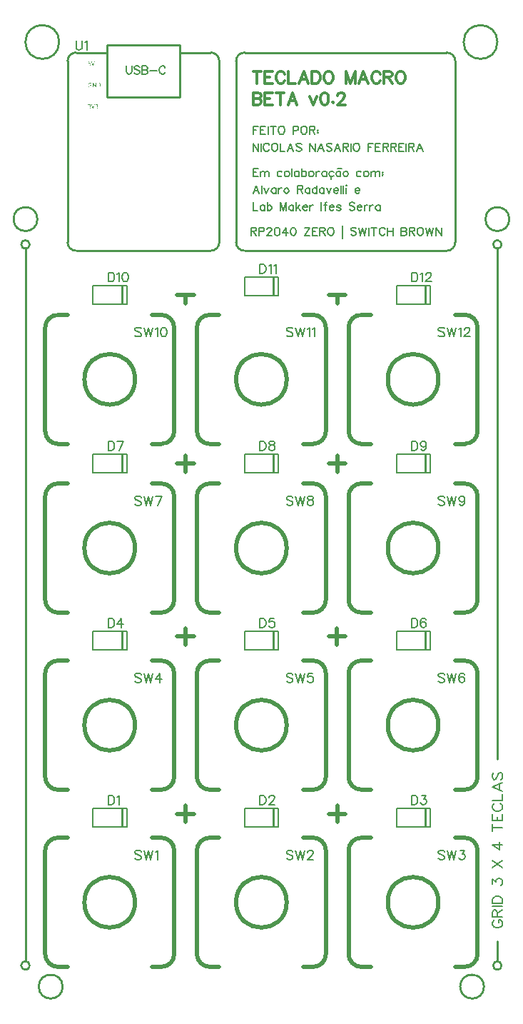
<source format=gto>
G04 Layer: TopSilkscreenLayer*
G04 EasyEDA v6.5.51, 2025-09-03 10:09:53*
G04 82822ffc499f437880ef7a522e439a80,3c8b1c4139ec4bbbaae9228842dbec63,10*
G04 Gerber Generator version 0.2*
G04 Scale: 100 percent, Rotated: No, Reflected: No *
G04 Dimensions in millimeters *
G04 leading zeros omitted , absolute positions ,4 integer and 5 decimal *
%FSLAX45Y45*%
%MOMM*%

%ADD10C,0.2032*%
%ADD11C,0.3000*%
%ADD12C,0.2000*%
%ADD13C,0.1524*%
%ADD14C,0.2540*%
%ADD15C,0.5000*%
%ADD16C,0.0115*%

%LPD*%
G36*
X947724Y-627989D02*
G01*
X945946Y-653897D01*
X949502Y-656183D01*
X951687Y-654710D01*
X953922Y-653694D01*
X956259Y-653084D01*
X958900Y-652881D01*
X963726Y-653745D01*
X967536Y-656336D01*
X969975Y-660501D01*
X970838Y-666089D01*
X969822Y-671779D01*
X967181Y-676097D01*
X963320Y-678840D01*
X958646Y-679805D01*
X953973Y-679297D01*
X950214Y-677875D01*
X947166Y-675843D01*
X944676Y-673455D01*
X941374Y-677519D01*
X944473Y-680161D01*
X948334Y-682548D01*
X953160Y-684225D01*
X959154Y-684885D01*
X965809Y-683615D01*
X971600Y-679907D01*
X975614Y-673963D01*
X977188Y-665835D01*
X975817Y-657809D01*
X972210Y-652272D01*
X966876Y-649071D01*
X960424Y-648055D01*
X957935Y-648208D01*
X955700Y-648614D01*
X953668Y-649325D01*
X951788Y-650341D01*
X953312Y-633323D01*
X974394Y-633323D01*
X974394Y-627989D01*
G37*
G36*
X981252Y-627989D02*
G01*
X999286Y-683869D01*
X1006398Y-683869D01*
X1024178Y-627989D01*
X1017828Y-627989D01*
X1003096Y-677265D01*
X1002842Y-677265D01*
X987856Y-627989D01*
G37*
G36*
X969060Y-880973D02*
G01*
X963726Y-881481D01*
X958900Y-883005D01*
X954633Y-885444D01*
X950925Y-888796D01*
X947978Y-892962D01*
X945743Y-897890D01*
X944371Y-903579D01*
X943914Y-909929D01*
X944371Y-916330D01*
X945692Y-922070D01*
X947877Y-926998D01*
X950823Y-931164D01*
X954430Y-934466D01*
X958697Y-936904D01*
X963472Y-938377D01*
X968806Y-938885D01*
X974039Y-938377D01*
X978712Y-937056D01*
X982675Y-935024D01*
X985824Y-932535D01*
X985824Y-909421D01*
X967790Y-909421D01*
X967790Y-914501D01*
X979982Y-914501D01*
X979982Y-929741D01*
X977900Y-931265D01*
X975309Y-932383D01*
X972362Y-933043D01*
X969314Y-933297D01*
X961186Y-931621D01*
X955192Y-926947D01*
X951484Y-919581D01*
X950264Y-909929D01*
X951585Y-900176D01*
X955395Y-892810D01*
X961390Y-888187D01*
X969314Y-886561D01*
X973277Y-887018D01*
X976528Y-888187D01*
X979220Y-889863D01*
X981506Y-891895D01*
X985062Y-887831D01*
X982268Y-885342D01*
X978763Y-883158D01*
X974394Y-881583D01*
G37*
G36*
X999286Y-881989D02*
G01*
X999286Y-937869D01*
X1005128Y-937869D01*
X1005027Y-903071D01*
X1004366Y-890371D01*
X1004874Y-890371D01*
X1010970Y-901801D01*
X1031798Y-937869D01*
X1038402Y-937869D01*
X1038402Y-881989D01*
X1032306Y-881989D01*
X1032357Y-916635D01*
X1033322Y-929741D01*
X1032814Y-929741D01*
X1026718Y-918311D01*
X1005636Y-881989D01*
G37*
G36*
X1053896Y-881989D02*
G01*
X1053896Y-887323D01*
X1067104Y-887323D01*
X1071880Y-887679D01*
X1075994Y-888796D01*
X1079449Y-890625D01*
X1082243Y-893165D01*
X1084427Y-896366D01*
X1085951Y-900176D01*
X1086866Y-904646D01*
X1087170Y-909675D01*
X1086866Y-914755D01*
X1085951Y-919276D01*
X1084427Y-923239D01*
X1082243Y-926541D01*
X1079449Y-929233D01*
X1075994Y-931164D01*
X1071880Y-932383D01*
X1067104Y-932789D01*
X1060246Y-932789D01*
X1060246Y-887323D01*
X1053896Y-887323D01*
X1053896Y-937869D01*
X1067866Y-937869D01*
X1073861Y-937361D01*
X1079093Y-935939D01*
X1083513Y-933551D01*
X1087170Y-930351D01*
X1090066Y-926287D01*
X1092098Y-921461D01*
X1093317Y-915924D01*
X1093774Y-909675D01*
X1093317Y-903427D01*
X1092098Y-897940D01*
X1090015Y-893216D01*
X1087170Y-889253D01*
X1083462Y-886104D01*
X1078992Y-883869D01*
X1073658Y-882446D01*
X1067612Y-881989D01*
G37*
G36*
X959154Y-1134973D02*
G01*
X954633Y-1135481D01*
X950518Y-1136954D01*
X946861Y-1139037D01*
X943660Y-1141577D01*
X947216Y-1145641D01*
X949655Y-1143508D01*
X952449Y-1141780D01*
X955548Y-1140612D01*
X958900Y-1140053D01*
X962964Y-1140815D01*
X966012Y-1142746D01*
X967892Y-1145641D01*
X968552Y-1149451D01*
X967740Y-1153718D01*
X965047Y-1157173D01*
X960170Y-1159510D01*
X952804Y-1160373D01*
X952804Y-1165199D01*
X961034Y-1166063D01*
X966520Y-1168450D01*
X969619Y-1172159D01*
X970584Y-1176883D01*
X969721Y-1181354D01*
X967282Y-1184808D01*
X963625Y-1187043D01*
X958900Y-1187805D01*
X954328Y-1187246D01*
X950569Y-1185722D01*
X947470Y-1183640D01*
X944930Y-1181201D01*
X941628Y-1185265D01*
X944626Y-1188059D01*
X948486Y-1190498D01*
X953363Y-1192225D01*
X959408Y-1192885D01*
X966216Y-1191768D01*
X971753Y-1188618D01*
X975512Y-1183538D01*
X976934Y-1176883D01*
X975969Y-1171651D01*
X973429Y-1167485D01*
X969619Y-1164437D01*
X964996Y-1162659D01*
X964996Y-1162405D01*
X969010Y-1160424D01*
X972108Y-1157478D01*
X974140Y-1153668D01*
X974902Y-1148943D01*
X973734Y-1143000D01*
X970432Y-1138631D01*
X965453Y-1135888D01*
G37*
G36*
X1044244Y-1134973D02*
G01*
X1039571Y-1135481D01*
X1035507Y-1136954D01*
X1031951Y-1139037D01*
X1028750Y-1141577D01*
X1032052Y-1145641D01*
X1034643Y-1143508D01*
X1037539Y-1141780D01*
X1040637Y-1140612D01*
X1043990Y-1140053D01*
X1047953Y-1140815D01*
X1051001Y-1142746D01*
X1052931Y-1145641D01*
X1053642Y-1149451D01*
X1052830Y-1153718D01*
X1050137Y-1157173D01*
X1045260Y-1159510D01*
X1037894Y-1160373D01*
X1037894Y-1165199D01*
X1046124Y-1166063D01*
X1051610Y-1168450D01*
X1054709Y-1172159D01*
X1055674Y-1176883D01*
X1054811Y-1181354D01*
X1052372Y-1184808D01*
X1048715Y-1187043D01*
X1043990Y-1187805D01*
X1039418Y-1187246D01*
X1035608Y-1185722D01*
X1032459Y-1183640D01*
X1029766Y-1181201D01*
X1026718Y-1185265D01*
X1029716Y-1188059D01*
X1033576Y-1190498D01*
X1038352Y-1192225D01*
X1044244Y-1192885D01*
X1051153Y-1191768D01*
X1056690Y-1188618D01*
X1060399Y-1183538D01*
X1061770Y-1176883D01*
X1060805Y-1171651D01*
X1058316Y-1167485D01*
X1054557Y-1164437D01*
X1050086Y-1162659D01*
X1050086Y-1162405D01*
X1054100Y-1160424D01*
X1057198Y-1157478D01*
X1059230Y-1153668D01*
X1059992Y-1148943D01*
X1058824Y-1143000D01*
X1055522Y-1138631D01*
X1050544Y-1135888D01*
G37*
G36*
X981252Y-1135989D02*
G01*
X999286Y-1191869D01*
X1006398Y-1191869D01*
X1024178Y-1135989D01*
X1017828Y-1135989D01*
X1003096Y-1185265D01*
X1002842Y-1185265D01*
X987856Y-1135989D01*
G37*
D10*
X5768187Y-10811306D02*
G01*
X5756503Y-10817402D01*
X5744565Y-10829086D01*
X5738723Y-10841024D01*
X5738723Y-10864646D01*
X5744565Y-10876330D01*
X5756503Y-10888268D01*
X5768187Y-10894110D01*
X5785967Y-10899952D01*
X5815431Y-10899952D01*
X5833211Y-10894110D01*
X5845149Y-10888268D01*
X5856833Y-10876330D01*
X5862675Y-10864646D01*
X5862675Y-10841024D01*
X5856833Y-10829086D01*
X5845149Y-10817402D01*
X5833211Y-10811306D01*
X5815431Y-10811306D01*
X5815431Y-10841024D02*
G01*
X5815431Y-10811306D01*
X5738723Y-10772444D02*
G01*
X5862675Y-10772444D01*
X5738723Y-10772444D02*
G01*
X5738723Y-10719104D01*
X5744565Y-10701578D01*
X5750407Y-10695482D01*
X5762345Y-10689640D01*
X5774283Y-10689640D01*
X5785967Y-10695482D01*
X5791809Y-10701578D01*
X5797905Y-10719104D01*
X5797905Y-10772444D01*
X5797905Y-10731042D02*
G01*
X5862675Y-10689640D01*
X5738723Y-10650524D02*
G01*
X5862675Y-10650524D01*
X5738723Y-10611662D02*
G01*
X5862675Y-10611662D01*
X5738723Y-10611662D02*
G01*
X5738723Y-10570260D01*
X5744565Y-10552480D01*
X5756503Y-10540796D01*
X5768187Y-10534700D01*
X5785967Y-10528858D01*
X5815431Y-10528858D01*
X5833211Y-10534700D01*
X5845149Y-10540796D01*
X5856833Y-10552480D01*
X5862675Y-10570260D01*
X5862675Y-10611662D01*
X5738723Y-10387126D02*
G01*
X5738723Y-10322102D01*
X5785967Y-10357662D01*
X5785967Y-10339882D01*
X5791809Y-10327944D01*
X5797905Y-10322102D01*
X5815431Y-10316260D01*
X5827369Y-10316260D01*
X5845149Y-10322102D01*
X5856833Y-10334040D01*
X5862675Y-10351566D01*
X5862675Y-10369346D01*
X5856833Y-10387126D01*
X5850991Y-10392968D01*
X5839053Y-10398810D01*
X5738723Y-10186212D02*
G01*
X5862675Y-10103408D01*
X5738723Y-10103408D02*
G01*
X5862675Y-10186212D01*
X5738723Y-9914432D02*
G01*
X5821527Y-9973360D01*
X5821527Y-9884714D01*
X5738723Y-9914432D02*
G01*
X5862675Y-9914432D01*
X5738723Y-9713518D02*
G01*
X5862675Y-9713518D01*
X5738723Y-9754920D02*
G01*
X5738723Y-9672116D01*
X5738723Y-9633000D02*
G01*
X5862675Y-9633000D01*
X5738723Y-9633000D02*
G01*
X5738723Y-9556292D01*
X5797905Y-9633000D02*
G01*
X5797905Y-9585756D01*
X5862675Y-9633000D02*
G01*
X5862675Y-9556292D01*
X5768187Y-9428530D02*
G01*
X5756503Y-9434626D01*
X5744565Y-9446310D01*
X5738723Y-9458248D01*
X5738723Y-9481870D01*
X5744565Y-9493554D01*
X5756503Y-9505492D01*
X5768187Y-9511334D01*
X5785967Y-9517176D01*
X5815431Y-9517176D01*
X5833211Y-9511334D01*
X5845149Y-9505492D01*
X5856833Y-9493554D01*
X5862675Y-9481870D01*
X5862675Y-9458248D01*
X5856833Y-9446310D01*
X5845149Y-9434626D01*
X5833211Y-9428530D01*
X5738723Y-9389668D02*
G01*
X5862675Y-9389668D01*
X5862675Y-9389668D02*
G01*
X5862675Y-9318802D01*
X5738723Y-9232442D02*
G01*
X5862675Y-9279686D01*
X5738723Y-9232442D02*
G01*
X5862675Y-9185198D01*
X5821527Y-9261906D02*
G01*
X5821527Y-9202978D01*
X5756503Y-9063532D02*
G01*
X5744565Y-9075216D01*
X5738723Y-9092996D01*
X5738723Y-9116618D01*
X5744565Y-9134398D01*
X5756503Y-9146082D01*
X5768187Y-9146082D01*
X5780125Y-9140240D01*
X5785967Y-9134398D01*
X5791809Y-9122460D01*
X5803747Y-9087154D01*
X5809589Y-9075216D01*
X5815431Y-9069374D01*
X5827369Y-9063532D01*
X5845149Y-9063532D01*
X5856833Y-9075216D01*
X5862675Y-9092996D01*
X5862675Y-9116618D01*
X5856833Y-9134398D01*
X5845149Y-9146082D01*
D11*
X2947670Y-748537D02*
G01*
X2947670Y-891794D01*
X2899918Y-748537D02*
G01*
X2995422Y-748537D01*
X3040379Y-748537D02*
G01*
X3040379Y-891794D01*
X3040379Y-748537D02*
G01*
X3129025Y-748537D01*
X3040379Y-816863D02*
G01*
X3094990Y-816863D01*
X3040379Y-891794D02*
G01*
X3129025Y-891794D01*
X3276345Y-782828D02*
G01*
X3269488Y-769112D01*
X3256025Y-755395D01*
X3242309Y-748537D01*
X3214877Y-748537D01*
X3201415Y-755395D01*
X3187700Y-769112D01*
X3180841Y-782828D01*
X3173984Y-803147D01*
X3173984Y-837184D01*
X3180841Y-857757D01*
X3187700Y-871473D01*
X3201415Y-884936D01*
X3214877Y-891794D01*
X3242309Y-891794D01*
X3256025Y-884936D01*
X3269488Y-871473D01*
X3276345Y-857757D01*
X3321304Y-748537D02*
G01*
X3321304Y-891794D01*
X3321304Y-891794D02*
G01*
X3403091Y-891794D01*
X3502659Y-748537D02*
G01*
X3448050Y-891794D01*
X3502659Y-748537D02*
G01*
X3557270Y-891794D01*
X3468624Y-844042D02*
G01*
X3536695Y-844042D01*
X3602227Y-748537D02*
G01*
X3602227Y-891794D01*
X3602227Y-748537D02*
G01*
X3649979Y-748537D01*
X3670554Y-755395D01*
X3684015Y-769112D01*
X3690874Y-782828D01*
X3697731Y-803147D01*
X3697731Y-837184D01*
X3690874Y-857757D01*
X3684015Y-871473D01*
X3670554Y-884936D01*
X3649979Y-891794D01*
X3602227Y-891794D01*
X3783584Y-748537D02*
G01*
X3769868Y-755395D01*
X3756406Y-769112D01*
X3749547Y-782828D01*
X3742690Y-803147D01*
X3742690Y-837184D01*
X3749547Y-857757D01*
X3756406Y-871473D01*
X3769868Y-884936D01*
X3783584Y-891794D01*
X3811015Y-891794D01*
X3824477Y-884936D01*
X3838193Y-871473D01*
X3845052Y-857757D01*
X3851909Y-837184D01*
X3851909Y-803147D01*
X3845052Y-782828D01*
X3838193Y-769112D01*
X3824477Y-755395D01*
X3811015Y-748537D01*
X3783584Y-748537D01*
X4001770Y-748537D02*
G01*
X4001770Y-891794D01*
X4001770Y-748537D02*
G01*
X4056379Y-891794D01*
X4110990Y-748537D02*
G01*
X4056379Y-891794D01*
X4110990Y-748537D02*
G01*
X4110990Y-891794D01*
X4210558Y-748537D02*
G01*
X4155947Y-891794D01*
X4210558Y-748537D02*
G01*
X4264913Y-891794D01*
X4176268Y-844042D02*
G01*
X4244593Y-844042D01*
X4412234Y-782828D02*
G01*
X4405375Y-769112D01*
X4391913Y-755395D01*
X4378197Y-748537D01*
X4351020Y-748537D01*
X4337304Y-755395D01*
X4323588Y-769112D01*
X4316729Y-782828D01*
X4309872Y-803147D01*
X4309872Y-837184D01*
X4316729Y-857757D01*
X4323588Y-871473D01*
X4337304Y-884936D01*
X4351020Y-891794D01*
X4378197Y-891794D01*
X4391913Y-884936D01*
X4405375Y-871473D01*
X4412234Y-857757D01*
X4457191Y-748537D02*
G01*
X4457191Y-891794D01*
X4457191Y-748537D02*
G01*
X4518659Y-748537D01*
X4538979Y-755395D01*
X4545838Y-762254D01*
X4552695Y-775970D01*
X4552695Y-789431D01*
X4545838Y-803147D01*
X4538979Y-810005D01*
X4518659Y-816863D01*
X4457191Y-816863D01*
X4504943Y-816863D02*
G01*
X4552695Y-891794D01*
X4638547Y-748537D02*
G01*
X4625086Y-755395D01*
X4611370Y-769112D01*
X4604511Y-782828D01*
X4597654Y-803147D01*
X4597654Y-837184D01*
X4604511Y-857757D01*
X4611370Y-871473D01*
X4625086Y-884936D01*
X4638547Y-891794D01*
X4665979Y-891794D01*
X4679441Y-884936D01*
X4693158Y-871473D01*
X4700015Y-857757D01*
X4706874Y-837184D01*
X4706874Y-803147D01*
X4700015Y-782828D01*
X4693158Y-769112D01*
X4679441Y-755395D01*
X4665979Y-748537D01*
X4638547Y-748537D01*
X2899918Y-1000252D02*
G01*
X2899918Y-1143507D01*
X2899918Y-1000252D02*
G01*
X2961386Y-1000252D01*
X2981706Y-1007110D01*
X2988563Y-1013968D01*
X2995422Y-1027429D01*
X2995422Y-1041145D01*
X2988563Y-1054862D01*
X2981706Y-1061720D01*
X2961386Y-1068323D01*
X2899918Y-1068323D02*
G01*
X2961386Y-1068323D01*
X2981706Y-1075181D01*
X2988563Y-1082039D01*
X2995422Y-1095755D01*
X2995422Y-1116076D01*
X2988563Y-1129792D01*
X2981706Y-1136650D01*
X2961386Y-1143507D01*
X2899918Y-1143507D01*
X3040379Y-1000252D02*
G01*
X3040379Y-1143507D01*
X3040379Y-1000252D02*
G01*
X3129025Y-1000252D01*
X3040379Y-1068323D02*
G01*
X3094990Y-1068323D01*
X3040379Y-1143507D02*
G01*
X3129025Y-1143507D01*
X3221736Y-1000252D02*
G01*
X3221736Y-1143507D01*
X3173984Y-1000252D02*
G01*
X3269488Y-1000252D01*
X3369056Y-1000252D02*
G01*
X3314445Y-1143507D01*
X3369056Y-1000252D02*
G01*
X3423665Y-1143507D01*
X3335020Y-1095755D02*
G01*
X3403091Y-1095755D01*
X3573525Y-1048004D02*
G01*
X3614420Y-1143507D01*
X3655568Y-1048004D02*
G01*
X3614420Y-1143507D01*
X3741420Y-1000252D02*
G01*
X3720845Y-1007110D01*
X3707384Y-1027429D01*
X3700525Y-1061720D01*
X3700525Y-1082039D01*
X3707384Y-1116076D01*
X3720845Y-1136650D01*
X3741420Y-1143507D01*
X3754881Y-1143507D01*
X3775456Y-1136650D01*
X3789172Y-1116076D01*
X3795775Y-1082039D01*
X3795775Y-1061720D01*
X3789172Y-1027429D01*
X3775456Y-1007110D01*
X3754881Y-1000252D01*
X3741420Y-1000252D01*
X3847845Y-1109218D02*
G01*
X3840988Y-1116076D01*
X3847845Y-1122934D01*
X3854450Y-1116076D01*
X3847845Y-1109218D01*
X3906265Y-1034287D02*
G01*
X3906265Y-1027429D01*
X3913124Y-1013968D01*
X3919981Y-1007110D01*
X3933697Y-1000252D01*
X3960875Y-1000252D01*
X3974591Y-1007110D01*
X3981450Y-1013968D01*
X3988054Y-1027429D01*
X3988054Y-1041145D01*
X3981450Y-1054862D01*
X3967734Y-1075181D01*
X3899661Y-1143507D01*
X3994911Y-1143507D01*
D12*
X2899918Y-1399031D02*
G01*
X2899918Y-1494536D01*
X2899918Y-1399031D02*
G01*
X2959100Y-1399031D01*
X2899918Y-1444497D02*
G01*
X2936240Y-1444497D01*
X2989072Y-1399031D02*
G01*
X2989072Y-1494536D01*
X2989072Y-1399031D02*
G01*
X3048254Y-1399031D01*
X2989072Y-1444497D02*
G01*
X3025393Y-1444497D01*
X2989072Y-1494536D02*
G01*
X3048254Y-1494536D01*
X3078225Y-1399031D02*
G01*
X3078225Y-1494536D01*
X3139947Y-1399031D02*
G01*
X3139947Y-1494536D01*
X3108197Y-1399031D02*
G01*
X3171697Y-1399031D01*
X3229102Y-1399031D02*
G01*
X3219958Y-1403604D01*
X3210813Y-1412747D01*
X3206241Y-1421892D01*
X3201924Y-1435354D01*
X3201924Y-1458213D01*
X3206241Y-1471929D01*
X3210813Y-1480820D01*
X3219958Y-1489963D01*
X3229102Y-1494536D01*
X3247390Y-1494536D01*
X3256279Y-1489963D01*
X3265424Y-1480820D01*
X3269995Y-1471929D01*
X3274568Y-1458213D01*
X3274568Y-1435354D01*
X3269995Y-1421892D01*
X3265424Y-1412747D01*
X3256279Y-1403604D01*
X3247390Y-1399031D01*
X3229102Y-1399031D01*
X3374643Y-1399031D02*
G01*
X3374643Y-1494536D01*
X3374643Y-1399031D02*
G01*
X3415538Y-1399031D01*
X3429000Y-1403604D01*
X3433572Y-1408176D01*
X3438143Y-1417320D01*
X3438143Y-1430781D01*
X3433572Y-1439926D01*
X3429000Y-1444497D01*
X3415538Y-1449070D01*
X3374643Y-1449070D01*
X3495547Y-1399031D02*
G01*
X3486404Y-1403604D01*
X3477259Y-1412747D01*
X3472688Y-1421892D01*
X3468115Y-1435354D01*
X3468115Y-1458213D01*
X3472688Y-1471929D01*
X3477259Y-1480820D01*
X3486404Y-1489963D01*
X3495547Y-1494536D01*
X3513581Y-1494536D01*
X3522725Y-1489963D01*
X3531870Y-1480820D01*
X3536441Y-1471929D01*
X3541013Y-1458213D01*
X3541013Y-1435354D01*
X3536441Y-1421892D01*
X3531870Y-1412747D01*
X3522725Y-1403604D01*
X3513581Y-1399031D01*
X3495547Y-1399031D01*
X3570986Y-1399031D02*
G01*
X3570986Y-1494536D01*
X3570986Y-1399031D02*
G01*
X3611879Y-1399031D01*
X3625341Y-1403604D01*
X3629913Y-1408176D01*
X3634486Y-1417320D01*
X3634486Y-1426463D01*
X3629913Y-1435354D01*
X3625341Y-1439926D01*
X3611879Y-1444497D01*
X3570986Y-1444497D01*
X3602736Y-1444497D02*
G01*
X3634486Y-1494536D01*
X3669029Y-1439926D02*
G01*
X3664458Y-1444497D01*
X3669029Y-1449070D01*
X3673602Y-1444497D01*
X3669029Y-1439926D01*
X3669029Y-1471929D02*
G01*
X3664458Y-1476247D01*
X3669029Y-1480820D01*
X3673602Y-1476247D01*
X3669029Y-1471929D01*
X2899918Y-1600707D02*
G01*
X2899918Y-1696212D01*
X2899918Y-1600707D02*
G01*
X2963672Y-1696212D01*
X2963672Y-1600707D02*
G01*
X2963672Y-1696212D01*
X2993643Y-1600707D02*
G01*
X2993643Y-1696212D01*
X3091688Y-1623313D02*
G01*
X3087370Y-1614423D01*
X3078225Y-1605279D01*
X3069081Y-1600707D01*
X3050793Y-1600707D01*
X3041904Y-1605279D01*
X3032759Y-1614423D01*
X3028188Y-1623313D01*
X3023615Y-1637029D01*
X3023615Y-1659889D01*
X3028188Y-1673352D01*
X3032759Y-1682495D01*
X3041904Y-1691639D01*
X3050793Y-1696212D01*
X3069081Y-1696212D01*
X3078225Y-1691639D01*
X3087370Y-1682495D01*
X3091688Y-1673352D01*
X3149091Y-1600707D02*
G01*
X3139947Y-1605279D01*
X3130804Y-1614423D01*
X3126231Y-1623313D01*
X3121913Y-1637029D01*
X3121913Y-1659889D01*
X3126231Y-1673352D01*
X3130804Y-1682495D01*
X3139947Y-1691639D01*
X3149091Y-1696212D01*
X3167379Y-1696212D01*
X3176270Y-1691639D01*
X3185413Y-1682495D01*
X3189986Y-1673352D01*
X3194558Y-1659889D01*
X3194558Y-1637029D01*
X3189986Y-1623313D01*
X3185413Y-1614423D01*
X3176270Y-1605279D01*
X3167379Y-1600707D01*
X3149091Y-1600707D01*
X3224529Y-1600707D02*
G01*
X3224529Y-1696212D01*
X3224529Y-1696212D02*
G01*
X3279140Y-1696212D01*
X3345434Y-1600707D02*
G01*
X3309111Y-1696212D01*
X3345434Y-1600707D02*
G01*
X3381756Y-1696212D01*
X3322827Y-1664207D02*
G01*
X3368293Y-1664207D01*
X3475481Y-1614423D02*
G01*
X3466338Y-1605279D01*
X3452622Y-1600707D01*
X3434588Y-1600707D01*
X3420872Y-1605279D01*
X3411727Y-1614423D01*
X3411727Y-1623313D01*
X3416300Y-1632457D01*
X3420872Y-1637029D01*
X3430015Y-1641602D01*
X3457193Y-1650745D01*
X3466338Y-1655318D01*
X3470909Y-1659889D01*
X3475481Y-1668779D01*
X3475481Y-1682495D01*
X3466338Y-1691639D01*
X3452622Y-1696212D01*
X3434588Y-1696212D01*
X3420872Y-1691639D01*
X3411727Y-1682495D01*
X3575558Y-1600707D02*
G01*
X3575558Y-1696212D01*
X3575558Y-1600707D02*
G01*
X3639058Y-1696212D01*
X3639058Y-1600707D02*
G01*
X3639058Y-1696212D01*
X3705352Y-1600707D02*
G01*
X3669029Y-1696212D01*
X3705352Y-1600707D02*
G01*
X3741927Y-1696212D01*
X3682745Y-1664207D02*
G01*
X3728211Y-1664207D01*
X3835400Y-1614423D02*
G01*
X3826256Y-1605279D01*
X3812793Y-1600707D01*
X3794506Y-1600707D01*
X3780790Y-1605279D01*
X3771900Y-1614423D01*
X3771900Y-1623313D01*
X3776472Y-1632457D01*
X3780790Y-1637029D01*
X3789934Y-1641602D01*
X3817365Y-1650745D01*
X3826256Y-1655318D01*
X3830827Y-1659889D01*
X3835400Y-1668779D01*
X3835400Y-1682495D01*
X3826256Y-1691639D01*
X3812793Y-1696212D01*
X3794506Y-1696212D01*
X3780790Y-1691639D01*
X3771900Y-1682495D01*
X3901693Y-1600707D02*
G01*
X3865372Y-1696212D01*
X3901693Y-1600707D02*
G01*
X3938270Y-1696212D01*
X3879088Y-1664207D02*
G01*
X3924554Y-1664207D01*
X3968241Y-1600707D02*
G01*
X3968241Y-1696212D01*
X3968241Y-1600707D02*
G01*
X4009136Y-1600707D01*
X4022597Y-1605279D01*
X4027170Y-1609852D01*
X4031741Y-1618995D01*
X4031741Y-1627886D01*
X4027170Y-1637029D01*
X4022597Y-1641602D01*
X4009136Y-1646173D01*
X3968241Y-1646173D01*
X3999991Y-1646173D02*
G01*
X4031741Y-1696212D01*
X4061713Y-1600707D02*
G01*
X4061713Y-1696212D01*
X4119118Y-1600707D02*
G01*
X4109974Y-1605279D01*
X4100829Y-1614423D01*
X4096258Y-1623313D01*
X4091686Y-1637029D01*
X4091686Y-1659889D01*
X4096258Y-1673352D01*
X4100829Y-1682495D01*
X4109974Y-1691639D01*
X4119118Y-1696212D01*
X4137152Y-1696212D01*
X4146295Y-1691639D01*
X4155440Y-1682495D01*
X4160011Y-1673352D01*
X4164584Y-1659889D01*
X4164584Y-1637029D01*
X4160011Y-1623313D01*
X4155440Y-1614423D01*
X4146295Y-1605279D01*
X4137152Y-1600707D01*
X4119118Y-1600707D01*
X4264659Y-1600707D02*
G01*
X4264659Y-1696212D01*
X4264659Y-1600707D02*
G01*
X4323588Y-1600707D01*
X4264659Y-1646173D02*
G01*
X4300981Y-1646173D01*
X4353559Y-1600707D02*
G01*
X4353559Y-1696212D01*
X4353559Y-1600707D02*
G01*
X4412741Y-1600707D01*
X4353559Y-1646173D02*
G01*
X4389881Y-1646173D01*
X4353559Y-1696212D02*
G01*
X4412741Y-1696212D01*
X4442713Y-1600707D02*
G01*
X4442713Y-1696212D01*
X4442713Y-1600707D02*
G01*
X4483608Y-1600707D01*
X4497324Y-1605279D01*
X4501895Y-1609852D01*
X4506468Y-1618995D01*
X4506468Y-1627886D01*
X4501895Y-1637029D01*
X4497324Y-1641602D01*
X4483608Y-1646173D01*
X4442713Y-1646173D01*
X4474463Y-1646173D02*
G01*
X4506468Y-1696212D01*
X4536440Y-1600707D02*
G01*
X4536440Y-1696212D01*
X4536440Y-1600707D02*
G01*
X4577334Y-1600707D01*
X4590795Y-1605279D01*
X4595368Y-1609852D01*
X4599940Y-1618995D01*
X4599940Y-1627886D01*
X4595368Y-1637029D01*
X4590795Y-1641602D01*
X4577334Y-1646173D01*
X4536440Y-1646173D01*
X4568190Y-1646173D02*
G01*
X4599940Y-1696212D01*
X4629911Y-1600707D02*
G01*
X4629911Y-1696212D01*
X4629911Y-1600707D02*
G01*
X4689093Y-1600707D01*
X4629911Y-1646173D02*
G01*
X4666234Y-1646173D01*
X4629911Y-1696212D02*
G01*
X4689093Y-1696212D01*
X4719065Y-1600707D02*
G01*
X4719065Y-1696212D01*
X4749038Y-1600707D02*
G01*
X4749038Y-1696212D01*
X4749038Y-1600707D02*
G01*
X4789931Y-1600707D01*
X4803647Y-1605279D01*
X4808220Y-1609852D01*
X4812791Y-1618995D01*
X4812791Y-1627886D01*
X4808220Y-1637029D01*
X4803647Y-1641602D01*
X4789931Y-1646173D01*
X4749038Y-1646173D01*
X4780788Y-1646173D02*
G01*
X4812791Y-1696212D01*
X4879086Y-1600707D02*
G01*
X4842763Y-1696212D01*
X4879086Y-1600707D02*
G01*
X4915408Y-1696212D01*
X4856479Y-1664207D02*
G01*
X4901691Y-1664207D01*
X2899918Y-1899081D02*
G01*
X2899918Y-1994585D01*
X2899918Y-1899081D02*
G01*
X2959100Y-1899081D01*
X2899918Y-1944547D02*
G01*
X2936240Y-1944547D01*
X2899918Y-1994585D02*
G01*
X2959100Y-1994585D01*
X2989072Y-1930831D02*
G01*
X2989072Y-1994585D01*
X2989072Y-1949119D02*
G01*
X3002788Y-1935403D01*
X3011931Y-1930831D01*
X3025393Y-1930831D01*
X3034538Y-1935403D01*
X3039109Y-1949119D01*
X3039109Y-1994585D01*
X3039109Y-1949119D02*
G01*
X3052825Y-1935403D01*
X3061715Y-1930831D01*
X3075431Y-1930831D01*
X3084575Y-1935403D01*
X3089147Y-1949119D01*
X3089147Y-1994585D01*
X3243579Y-1944547D02*
G01*
X3234436Y-1935403D01*
X3225545Y-1930831D01*
X3211829Y-1930831D01*
X3202686Y-1935403D01*
X3193541Y-1944547D01*
X3188970Y-1958263D01*
X3188970Y-1967153D01*
X3193541Y-1980869D01*
X3202686Y-1990013D01*
X3211829Y-1994585D01*
X3225545Y-1994585D01*
X3234436Y-1990013D01*
X3243579Y-1980869D01*
X3296411Y-1930831D02*
G01*
X3287268Y-1935403D01*
X3278124Y-1944547D01*
X3273552Y-1958263D01*
X3273552Y-1967153D01*
X3278124Y-1980869D01*
X3287268Y-1990013D01*
X3296411Y-1994585D01*
X3309874Y-1994585D01*
X3319018Y-1990013D01*
X3328161Y-1980869D01*
X3332734Y-1967153D01*
X3332734Y-1958263D01*
X3328161Y-1944547D01*
X3319018Y-1935403D01*
X3309874Y-1930831D01*
X3296411Y-1930831D01*
X3362706Y-1899081D02*
G01*
X3362706Y-1994585D01*
X3447288Y-1930831D02*
G01*
X3447288Y-1994585D01*
X3447288Y-1944547D02*
G01*
X3438143Y-1935403D01*
X3429000Y-1930831D01*
X3415538Y-1930831D01*
X3406393Y-1935403D01*
X3397250Y-1944547D01*
X3392677Y-1958263D01*
X3392677Y-1967153D01*
X3397250Y-1980869D01*
X3406393Y-1990013D01*
X3415538Y-1994585D01*
X3429000Y-1994585D01*
X3438143Y-1990013D01*
X3447288Y-1980869D01*
X3477259Y-1899081D02*
G01*
X3477259Y-1994585D01*
X3477259Y-1944547D02*
G01*
X3486404Y-1935403D01*
X3495547Y-1930831D01*
X3509009Y-1930831D01*
X3518154Y-1935403D01*
X3527297Y-1944547D01*
X3531870Y-1958263D01*
X3531870Y-1967153D01*
X3527297Y-1980869D01*
X3518154Y-1990013D01*
X3509009Y-1994585D01*
X3495547Y-1994585D01*
X3486404Y-1990013D01*
X3477259Y-1980869D01*
X3584447Y-1930831D02*
G01*
X3575558Y-1935403D01*
X3566413Y-1944547D01*
X3561841Y-1958263D01*
X3561841Y-1967153D01*
X3566413Y-1980869D01*
X3575558Y-1990013D01*
X3584447Y-1994585D01*
X3598163Y-1994585D01*
X3607308Y-1990013D01*
X3616452Y-1980869D01*
X3621024Y-1967153D01*
X3621024Y-1958263D01*
X3616452Y-1944547D01*
X3607308Y-1935403D01*
X3598163Y-1930831D01*
X3584447Y-1930831D01*
X3650995Y-1930831D02*
G01*
X3650995Y-1994585D01*
X3650995Y-1958263D02*
G01*
X3655568Y-1944547D01*
X3664458Y-1935403D01*
X3673602Y-1930831D01*
X3687318Y-1930831D01*
X3771900Y-1930831D02*
G01*
X3771900Y-1994585D01*
X3771900Y-1944547D02*
G01*
X3762756Y-1935403D01*
X3753611Y-1930831D01*
X3739895Y-1930831D01*
X3731006Y-1935403D01*
X3721861Y-1944547D01*
X3717290Y-1958263D01*
X3717290Y-1967153D01*
X3721861Y-1980869D01*
X3731006Y-1990013D01*
X3739895Y-1994585D01*
X3753611Y-1994585D01*
X3762756Y-1990013D01*
X3771900Y-1980869D01*
X3856481Y-1944547D02*
G01*
X3847338Y-1935403D01*
X3838193Y-1930831D01*
X3824477Y-1930831D01*
X3815334Y-1935403D01*
X3806443Y-1944547D01*
X3801872Y-1958263D01*
X3801872Y-1967153D01*
X3806443Y-1980869D01*
X3815334Y-1990013D01*
X3824477Y-1994585D01*
X3838193Y-1994585D01*
X3847338Y-1990013D01*
X3856481Y-1980869D01*
X3940809Y-1930831D02*
G01*
X3940809Y-1994585D01*
X3940809Y-1944547D02*
G01*
X3931920Y-1935403D01*
X3922775Y-1930831D01*
X3909059Y-1930831D01*
X3899915Y-1935403D01*
X3891025Y-1944547D01*
X3886454Y-1958263D01*
X3886454Y-1967153D01*
X3891025Y-1980869D01*
X3899915Y-1990013D01*
X3909059Y-1994585D01*
X3922775Y-1994585D01*
X3931920Y-1990013D01*
X3940809Y-1980869D01*
X3993641Y-1930831D02*
G01*
X3984497Y-1935403D01*
X3975354Y-1944547D01*
X3970781Y-1958263D01*
X3970781Y-1967153D01*
X3975354Y-1980869D01*
X3984497Y-1990013D01*
X3993641Y-1994585D01*
X4007358Y-1994585D01*
X4016247Y-1990013D01*
X4025391Y-1980869D01*
X4029963Y-1967153D01*
X4029963Y-1958263D01*
X4025391Y-1944547D01*
X4016247Y-1935403D01*
X4007358Y-1930831D01*
X3993641Y-1930831D01*
X4184650Y-1944547D02*
G01*
X4175506Y-1935403D01*
X4166361Y-1930831D01*
X4152645Y-1930831D01*
X4143502Y-1935403D01*
X4134611Y-1944547D01*
X4130040Y-1958263D01*
X4130040Y-1967153D01*
X4134611Y-1980869D01*
X4143502Y-1990013D01*
X4152645Y-1994585D01*
X4166361Y-1994585D01*
X4175506Y-1990013D01*
X4184650Y-1980869D01*
X4237227Y-1930831D02*
G01*
X4228084Y-1935403D01*
X4219193Y-1944547D01*
X4214622Y-1958263D01*
X4214622Y-1967153D01*
X4219193Y-1980869D01*
X4228084Y-1990013D01*
X4237227Y-1994585D01*
X4250943Y-1994585D01*
X4260088Y-1990013D01*
X4268977Y-1980869D01*
X4273550Y-1967153D01*
X4273550Y-1958263D01*
X4268977Y-1944547D01*
X4260088Y-1935403D01*
X4250943Y-1930831D01*
X4237227Y-1930831D01*
X4303522Y-1930831D02*
G01*
X4303522Y-1994585D01*
X4303522Y-1949119D02*
G01*
X4317238Y-1935403D01*
X4326381Y-1930831D01*
X4340097Y-1930831D01*
X4348988Y-1935403D01*
X4353559Y-1949119D01*
X4353559Y-1994585D01*
X4353559Y-1949119D02*
G01*
X4367275Y-1935403D01*
X4376420Y-1930831D01*
X4389881Y-1930831D01*
X4399025Y-1935403D01*
X4403597Y-1949119D01*
X4403597Y-1994585D01*
X4438141Y-1939975D02*
G01*
X4433570Y-1944547D01*
X4438141Y-1949119D01*
X4442713Y-1944547D01*
X4438141Y-1939975D01*
X4438141Y-1971725D02*
G01*
X4433570Y-1976297D01*
X4438141Y-1980869D01*
X4442713Y-1976297D01*
X4438141Y-1971725D01*
X2936240Y-2100757D02*
G01*
X2899918Y-2196261D01*
X2936240Y-2100757D02*
G01*
X2972815Y-2196261D01*
X2913634Y-2164257D02*
G01*
X2959100Y-2164257D01*
X3002788Y-2100757D02*
G01*
X3002788Y-2196261D01*
X3032759Y-2132507D02*
G01*
X3059938Y-2196261D01*
X3087370Y-2132507D02*
G01*
X3059938Y-2196261D01*
X3171697Y-2132507D02*
G01*
X3171697Y-2196261D01*
X3171697Y-2146223D02*
G01*
X3162808Y-2137079D01*
X3153663Y-2132507D01*
X3139947Y-2132507D01*
X3130804Y-2137079D01*
X3121913Y-2146223D01*
X3117341Y-2159685D01*
X3117341Y-2168829D01*
X3121913Y-2182545D01*
X3130804Y-2191689D01*
X3139947Y-2196261D01*
X3153663Y-2196261D01*
X3162808Y-2191689D01*
X3171697Y-2182545D01*
X3201924Y-2132507D02*
G01*
X3201924Y-2196261D01*
X3201924Y-2159685D02*
G01*
X3206241Y-2146223D01*
X3215386Y-2137079D01*
X3224529Y-2132507D01*
X3238245Y-2132507D01*
X3290824Y-2132507D02*
G01*
X3281934Y-2137079D01*
X3272790Y-2146223D01*
X3268218Y-2159685D01*
X3268218Y-2168829D01*
X3272790Y-2182545D01*
X3281934Y-2191689D01*
X3290824Y-2196261D01*
X3304540Y-2196261D01*
X3313684Y-2191689D01*
X3322827Y-2182545D01*
X3327145Y-2168829D01*
X3327145Y-2159685D01*
X3322827Y-2146223D01*
X3313684Y-2137079D01*
X3304540Y-2132507D01*
X3290824Y-2132507D01*
X3427222Y-2100757D02*
G01*
X3427222Y-2196261D01*
X3427222Y-2100757D02*
G01*
X3468115Y-2100757D01*
X3481831Y-2105329D01*
X3486404Y-2109901D01*
X3490975Y-2118791D01*
X3490975Y-2127935D01*
X3486404Y-2137079D01*
X3481831Y-2141651D01*
X3468115Y-2146223D01*
X3427222Y-2146223D01*
X3458972Y-2146223D02*
G01*
X3490975Y-2196261D01*
X3575558Y-2132507D02*
G01*
X3575558Y-2196261D01*
X3575558Y-2146223D02*
G01*
X3566413Y-2137079D01*
X3557270Y-2132507D01*
X3543554Y-2132507D01*
X3534663Y-2137079D01*
X3525520Y-2146223D01*
X3520947Y-2159685D01*
X3520947Y-2168829D01*
X3525520Y-2182545D01*
X3534663Y-2191689D01*
X3543554Y-2196261D01*
X3557270Y-2196261D01*
X3566413Y-2191689D01*
X3575558Y-2182545D01*
X3659886Y-2100757D02*
G01*
X3659886Y-2196261D01*
X3659886Y-2146223D02*
G01*
X3650995Y-2137079D01*
X3641852Y-2132507D01*
X3628136Y-2132507D01*
X3618991Y-2137079D01*
X3610102Y-2146223D01*
X3605529Y-2159685D01*
X3605529Y-2168829D01*
X3610102Y-2182545D01*
X3618991Y-2191689D01*
X3628136Y-2196261D01*
X3641852Y-2196261D01*
X3650995Y-2191689D01*
X3659886Y-2182545D01*
X3744468Y-2132507D02*
G01*
X3744468Y-2196261D01*
X3744468Y-2146223D02*
G01*
X3735324Y-2137079D01*
X3726434Y-2132507D01*
X3712718Y-2132507D01*
X3703574Y-2137079D01*
X3694429Y-2146223D01*
X3690111Y-2159685D01*
X3690111Y-2168829D01*
X3694429Y-2182545D01*
X3703574Y-2191689D01*
X3712718Y-2196261D01*
X3726434Y-2196261D01*
X3735324Y-2191689D01*
X3744468Y-2182545D01*
X3774440Y-2132507D02*
G01*
X3801872Y-2196261D01*
X3829050Y-2132507D02*
G01*
X3801872Y-2196261D01*
X3859022Y-2159685D02*
G01*
X3913631Y-2159685D01*
X3913631Y-2150795D01*
X3909059Y-2141651D01*
X3904488Y-2137079D01*
X3895343Y-2132507D01*
X3881881Y-2132507D01*
X3872738Y-2137079D01*
X3863593Y-2146223D01*
X3859022Y-2159685D01*
X3859022Y-2168829D01*
X3863593Y-2182545D01*
X3872738Y-2191689D01*
X3881881Y-2196261D01*
X3895343Y-2196261D01*
X3904488Y-2191689D01*
X3913631Y-2182545D01*
X3943604Y-2100757D02*
G01*
X3943604Y-2196261D01*
X3973575Y-2100757D02*
G01*
X3973575Y-2196261D01*
X4003547Y-2100757D02*
G01*
X4008120Y-2105329D01*
X4012691Y-2100757D01*
X4008120Y-2096185D01*
X4003547Y-2100757D01*
X4008120Y-2132507D02*
G01*
X4008120Y-2196261D01*
X4112768Y-2159685D02*
G01*
X4167377Y-2159685D01*
X4167377Y-2150795D01*
X4162806Y-2141651D01*
X4158234Y-2137079D01*
X4149090Y-2132507D01*
X4135374Y-2132507D01*
X4126229Y-2137079D01*
X4117340Y-2146223D01*
X4112768Y-2159685D01*
X4112768Y-2168829D01*
X4117340Y-2182545D01*
X4126229Y-2191689D01*
X4135374Y-2196261D01*
X4149090Y-2196261D01*
X4158234Y-2191689D01*
X4167377Y-2182545D01*
X2899918Y-2302179D02*
G01*
X2899918Y-2397683D01*
X2899918Y-2397683D02*
G01*
X2954527Y-2397683D01*
X3039109Y-2334183D02*
G01*
X3039109Y-2397683D01*
X3039109Y-2347645D02*
G01*
X3029965Y-2338755D01*
X3020822Y-2334183D01*
X3007359Y-2334183D01*
X2998215Y-2338755D01*
X2989072Y-2347645D01*
X2984500Y-2361361D01*
X2984500Y-2370505D01*
X2989072Y-2384221D01*
X2998215Y-2393111D01*
X3007359Y-2397683D01*
X3020822Y-2397683D01*
X3029965Y-2393111D01*
X3039109Y-2384221D01*
X3069081Y-2302179D02*
G01*
X3069081Y-2397683D01*
X3069081Y-2347645D02*
G01*
X3078225Y-2338755D01*
X3087370Y-2334183D01*
X3100831Y-2334183D01*
X3109975Y-2338755D01*
X3119120Y-2347645D01*
X3123691Y-2361361D01*
X3123691Y-2370505D01*
X3119120Y-2384221D01*
X3109975Y-2393111D01*
X3100831Y-2397683D01*
X3087370Y-2397683D01*
X3078225Y-2393111D01*
X3069081Y-2384221D01*
X3223513Y-2302179D02*
G01*
X3223513Y-2397683D01*
X3223513Y-2302179D02*
G01*
X3260090Y-2397683D01*
X3296411Y-2302179D02*
G01*
X3260090Y-2397683D01*
X3296411Y-2302179D02*
G01*
X3296411Y-2397683D01*
X3380993Y-2334183D02*
G01*
X3380993Y-2397683D01*
X3380993Y-2347645D02*
G01*
X3371850Y-2338755D01*
X3362706Y-2334183D01*
X3348990Y-2334183D01*
X3340100Y-2338755D01*
X3330956Y-2347645D01*
X3326384Y-2361361D01*
X3326384Y-2370505D01*
X3330956Y-2384221D01*
X3340100Y-2393111D01*
X3348990Y-2397683D01*
X3362706Y-2397683D01*
X3371850Y-2393111D01*
X3380993Y-2384221D01*
X3410965Y-2302179D02*
G01*
X3410965Y-2397683D01*
X3456431Y-2334183D02*
G01*
X3410965Y-2379649D01*
X3429000Y-2361361D02*
G01*
X3461004Y-2397683D01*
X3490975Y-2361361D02*
G01*
X3545331Y-2361361D01*
X3545331Y-2352217D01*
X3541013Y-2343073D01*
X3536441Y-2338755D01*
X3527297Y-2334183D01*
X3513581Y-2334183D01*
X3504438Y-2338755D01*
X3495547Y-2347645D01*
X3490975Y-2361361D01*
X3490975Y-2370505D01*
X3495547Y-2384221D01*
X3504438Y-2393111D01*
X3513581Y-2397683D01*
X3527297Y-2397683D01*
X3536441Y-2393111D01*
X3545331Y-2384221D01*
X3575558Y-2334183D02*
G01*
X3575558Y-2397683D01*
X3575558Y-2361361D02*
G01*
X3579875Y-2347645D01*
X3589020Y-2338755D01*
X3598163Y-2334183D01*
X3611879Y-2334183D01*
X3711702Y-2302179D02*
G01*
X3711702Y-2397683D01*
X3778250Y-2302179D02*
G01*
X3769106Y-2302179D01*
X3759961Y-2306751D01*
X3755390Y-2320467D01*
X3755390Y-2397683D01*
X3741927Y-2334183D02*
G01*
X3773677Y-2334183D01*
X3808222Y-2361361D02*
G01*
X3862831Y-2361361D01*
X3862831Y-2352217D01*
X3858259Y-2343073D01*
X3853688Y-2338755D01*
X3844543Y-2334183D01*
X3830827Y-2334183D01*
X3821684Y-2338755D01*
X3812793Y-2347645D01*
X3808222Y-2361361D01*
X3808222Y-2370505D01*
X3812793Y-2384221D01*
X3821684Y-2393111D01*
X3830827Y-2397683D01*
X3844543Y-2397683D01*
X3853688Y-2393111D01*
X3862831Y-2384221D01*
X3942841Y-2347645D02*
G01*
X3938270Y-2338755D01*
X3924554Y-2334183D01*
X3910838Y-2334183D01*
X3897375Y-2338755D01*
X3892804Y-2347645D01*
X3897375Y-2356789D01*
X3906265Y-2361361D01*
X3929125Y-2365933D01*
X3938270Y-2370505D01*
X3942841Y-2379649D01*
X3942841Y-2384221D01*
X3938270Y-2393111D01*
X3924554Y-2397683D01*
X3910838Y-2397683D01*
X3897375Y-2393111D01*
X3892804Y-2384221D01*
X4106418Y-2315895D02*
G01*
X4097274Y-2306751D01*
X4083558Y-2302179D01*
X4065524Y-2302179D01*
X4051808Y-2306751D01*
X4042663Y-2315895D01*
X4042663Y-2325039D01*
X4047236Y-2334183D01*
X4051808Y-2338755D01*
X4060952Y-2343073D01*
X4088129Y-2352217D01*
X4097274Y-2356789D01*
X4101845Y-2361361D01*
X4106418Y-2370505D01*
X4106418Y-2384221D01*
X4097274Y-2393111D01*
X4083558Y-2397683D01*
X4065524Y-2397683D01*
X4051808Y-2393111D01*
X4042663Y-2384221D01*
X4136390Y-2361361D02*
G01*
X4191000Y-2361361D01*
X4191000Y-2352217D01*
X4186427Y-2343073D01*
X4181856Y-2338755D01*
X4172711Y-2334183D01*
X4158995Y-2334183D01*
X4150106Y-2338755D01*
X4140961Y-2347645D01*
X4136390Y-2361361D01*
X4136390Y-2370505D01*
X4140961Y-2384221D01*
X4150106Y-2393111D01*
X4158995Y-2397683D01*
X4172711Y-2397683D01*
X4181856Y-2393111D01*
X4191000Y-2384221D01*
X4220972Y-2334183D02*
G01*
X4220972Y-2397683D01*
X4220972Y-2361361D02*
G01*
X4225543Y-2347645D01*
X4234434Y-2338755D01*
X4243577Y-2334183D01*
X4257293Y-2334183D01*
X4287265Y-2334183D02*
G01*
X4287265Y-2397683D01*
X4287265Y-2361361D02*
G01*
X4291838Y-2347645D01*
X4300981Y-2338755D01*
X4309872Y-2334183D01*
X4323588Y-2334183D01*
X4408170Y-2334183D02*
G01*
X4408170Y-2397683D01*
X4408170Y-2347645D02*
G01*
X4399025Y-2338755D01*
X4389881Y-2334183D01*
X4376420Y-2334183D01*
X4367275Y-2338755D01*
X4358131Y-2347645D01*
X4353559Y-2361361D01*
X4353559Y-2370505D01*
X4358131Y-2384221D01*
X4367275Y-2393111D01*
X4376420Y-2397683D01*
X4389881Y-2397683D01*
X4399025Y-2393111D01*
X4408170Y-2384221D01*
X2874919Y-2599029D02*
G01*
X2874919Y-2694533D01*
X2874919Y-2599029D02*
G01*
X2915813Y-2599029D01*
X2929529Y-2603601D01*
X2934101Y-2608173D01*
X2938673Y-2617317D01*
X2938673Y-2626461D01*
X2934101Y-2635351D01*
X2929529Y-2639923D01*
X2915813Y-2644495D01*
X2874919Y-2644495D01*
X2906923Y-2644495D02*
G01*
X2938673Y-2694533D01*
X2968645Y-2599029D02*
G01*
X2968645Y-2694533D01*
X2968645Y-2599029D02*
G01*
X3009539Y-2599029D01*
X3023255Y-2603601D01*
X3027827Y-2608173D01*
X3032145Y-2617317D01*
X3032145Y-2630779D01*
X3027827Y-2639923D01*
X3023255Y-2644495D01*
X3009539Y-2649067D01*
X2968645Y-2649067D01*
X3066689Y-2621889D02*
G01*
X3066689Y-2617317D01*
X3071261Y-2608173D01*
X3075833Y-2603601D01*
X3084977Y-2599029D01*
X3103265Y-2599029D01*
X3112155Y-2603601D01*
X3116727Y-2608173D01*
X3121299Y-2617317D01*
X3121299Y-2626461D01*
X3116727Y-2635351D01*
X3107837Y-2649067D01*
X3062371Y-2694533D01*
X3125871Y-2694533D01*
X3183275Y-2599029D02*
G01*
X3169559Y-2603601D01*
X3160415Y-2617317D01*
X3155843Y-2639923D01*
X3155843Y-2653639D01*
X3160415Y-2676245D01*
X3169559Y-2689961D01*
X3183275Y-2694533D01*
X3192165Y-2694533D01*
X3205881Y-2689961D01*
X3215025Y-2676245D01*
X3219597Y-2653639D01*
X3219597Y-2639923D01*
X3215025Y-2617317D01*
X3205881Y-2603601D01*
X3192165Y-2599029D01*
X3183275Y-2599029D01*
X3295035Y-2599029D02*
G01*
X3249569Y-2662783D01*
X3317641Y-2662783D01*
X3295035Y-2599029D02*
G01*
X3295035Y-2694533D01*
X3375045Y-2599029D02*
G01*
X3361329Y-2603601D01*
X3352185Y-2617317D01*
X3347613Y-2639923D01*
X3347613Y-2653639D01*
X3352185Y-2676245D01*
X3361329Y-2689961D01*
X3375045Y-2694533D01*
X3384189Y-2694533D01*
X3397651Y-2689961D01*
X3406795Y-2676245D01*
X3411367Y-2653639D01*
X3411367Y-2639923D01*
X3406795Y-2617317D01*
X3397651Y-2603601D01*
X3384189Y-2599029D01*
X3375045Y-2599029D01*
X3574943Y-2599029D02*
G01*
X3511443Y-2694533D01*
X3511443Y-2599029D02*
G01*
X3574943Y-2599029D01*
X3511443Y-2694533D02*
G01*
X3574943Y-2694533D01*
X3604915Y-2599029D02*
G01*
X3604915Y-2694533D01*
X3604915Y-2599029D02*
G01*
X3664097Y-2599029D01*
X3604915Y-2644495D02*
G01*
X3641237Y-2644495D01*
X3604915Y-2694533D02*
G01*
X3664097Y-2694533D01*
X3694069Y-2599029D02*
G01*
X3694069Y-2694533D01*
X3694069Y-2599029D02*
G01*
X3734963Y-2599029D01*
X3748679Y-2603601D01*
X3753251Y-2608173D01*
X3757823Y-2617317D01*
X3757823Y-2626461D01*
X3753251Y-2635351D01*
X3748679Y-2639923D01*
X3734963Y-2644495D01*
X3694069Y-2644495D01*
X3725819Y-2644495D02*
G01*
X3757823Y-2694533D01*
X3814973Y-2599029D02*
G01*
X3805829Y-2603601D01*
X3796685Y-2612745D01*
X3792367Y-2621889D01*
X3787795Y-2635351D01*
X3787795Y-2658211D01*
X3792367Y-2671927D01*
X3796685Y-2680817D01*
X3805829Y-2689961D01*
X3814973Y-2694533D01*
X3833261Y-2694533D01*
X3842151Y-2689961D01*
X3851295Y-2680817D01*
X3855867Y-2671927D01*
X3860439Y-2658211D01*
X3860439Y-2635351D01*
X3855867Y-2621889D01*
X3851295Y-2612745D01*
X3842151Y-2603601D01*
X3833261Y-2599029D01*
X3814973Y-2599029D01*
X3960515Y-2580995D02*
G01*
X3960515Y-2726283D01*
X4124091Y-2612745D02*
G01*
X4114947Y-2603601D01*
X4101231Y-2599029D01*
X4083197Y-2599029D01*
X4069481Y-2603601D01*
X4060337Y-2612745D01*
X4060337Y-2621889D01*
X4064909Y-2630779D01*
X4069481Y-2635351D01*
X4078625Y-2639923D01*
X4105803Y-2649067D01*
X4114947Y-2653639D01*
X4119519Y-2658211D01*
X4124091Y-2667355D01*
X4124091Y-2680817D01*
X4114947Y-2689961D01*
X4101231Y-2694533D01*
X4083197Y-2694533D01*
X4069481Y-2689961D01*
X4060337Y-2680817D01*
X4154063Y-2599029D02*
G01*
X4176923Y-2694533D01*
X4199529Y-2599029D02*
G01*
X4176923Y-2694533D01*
X4199529Y-2599029D02*
G01*
X4222389Y-2694533D01*
X4244995Y-2599029D02*
G01*
X4222389Y-2694533D01*
X4274967Y-2599029D02*
G01*
X4274967Y-2694533D01*
X4336689Y-2599029D02*
G01*
X4336689Y-2694533D01*
X4304939Y-2599029D02*
G01*
X4368693Y-2599029D01*
X4466737Y-2621889D02*
G01*
X4462165Y-2612745D01*
X4453275Y-2603601D01*
X4444131Y-2599029D01*
X4425843Y-2599029D01*
X4416699Y-2603601D01*
X4407809Y-2612745D01*
X4403237Y-2621889D01*
X4398665Y-2635351D01*
X4398665Y-2658211D01*
X4403237Y-2671927D01*
X4407809Y-2680817D01*
X4416699Y-2689961D01*
X4425843Y-2694533D01*
X4444131Y-2694533D01*
X4453275Y-2689961D01*
X4462165Y-2680817D01*
X4466737Y-2671927D01*
X4496709Y-2599029D02*
G01*
X4496709Y-2694533D01*
X4560463Y-2599029D02*
G01*
X4560463Y-2694533D01*
X4496709Y-2644495D02*
G01*
X4560463Y-2644495D01*
X4660539Y-2599029D02*
G01*
X4660539Y-2694533D01*
X4660539Y-2599029D02*
G01*
X4701433Y-2599029D01*
X4714895Y-2603601D01*
X4719467Y-2608173D01*
X4724039Y-2617317D01*
X4724039Y-2626461D01*
X4719467Y-2635351D01*
X4714895Y-2639923D01*
X4701433Y-2644495D01*
X4660539Y-2644495D02*
G01*
X4701433Y-2644495D01*
X4714895Y-2649067D01*
X4719467Y-2653639D01*
X4724039Y-2662783D01*
X4724039Y-2676245D01*
X4719467Y-2685389D01*
X4714895Y-2689961D01*
X4701433Y-2694533D01*
X4660539Y-2694533D01*
X4754011Y-2599029D02*
G01*
X4754011Y-2694533D01*
X4754011Y-2599029D02*
G01*
X4794905Y-2599029D01*
X4808621Y-2603601D01*
X4813193Y-2608173D01*
X4817765Y-2617317D01*
X4817765Y-2626461D01*
X4813193Y-2635351D01*
X4808621Y-2639923D01*
X4794905Y-2644495D01*
X4754011Y-2644495D01*
X4786015Y-2644495D02*
G01*
X4817765Y-2694533D01*
X4874915Y-2599029D02*
G01*
X4866025Y-2603601D01*
X4856881Y-2612745D01*
X4852309Y-2621889D01*
X4847737Y-2635351D01*
X4847737Y-2658211D01*
X4852309Y-2671927D01*
X4856881Y-2680817D01*
X4866025Y-2689961D01*
X4874915Y-2694533D01*
X4893203Y-2694533D01*
X4902347Y-2689961D01*
X4911237Y-2680817D01*
X4915809Y-2671927D01*
X4920381Y-2658211D01*
X4920381Y-2635351D01*
X4915809Y-2621889D01*
X4911237Y-2612745D01*
X4902347Y-2603601D01*
X4893203Y-2599029D01*
X4874915Y-2599029D01*
X4950353Y-2599029D02*
G01*
X4973213Y-2694533D01*
X4995819Y-2599029D02*
G01*
X4973213Y-2694533D01*
X4995819Y-2599029D02*
G01*
X5018679Y-2694533D01*
X5041285Y-2599029D02*
G01*
X5018679Y-2694533D01*
X5071257Y-2599029D02*
G01*
X5071257Y-2694533D01*
X5071257Y-2599029D02*
G01*
X5135011Y-2694533D01*
X5135011Y-2599029D02*
G01*
X5135011Y-2694533D01*
D13*
X1180998Y-9332264D02*
G01*
X1180998Y-9441230D01*
X1180998Y-9332264D02*
G01*
X1217320Y-9332264D01*
X1233068Y-9337344D01*
X1243228Y-9347758D01*
X1248562Y-9358172D01*
X1253642Y-9373920D01*
X1253642Y-9399828D01*
X1248562Y-9415322D01*
X1243228Y-9425736D01*
X1233068Y-9436150D01*
X1217320Y-9441230D01*
X1180998Y-9441230D01*
X1287932Y-9353092D02*
G01*
X1298346Y-9347758D01*
X1314094Y-9332264D01*
X1314094Y-9441230D01*
X2980994Y-9332264D02*
G01*
X2980994Y-9441230D01*
X2980994Y-9332264D02*
G01*
X3017316Y-9332264D01*
X3033064Y-9337344D01*
X3043224Y-9347758D01*
X3048558Y-9358172D01*
X3053638Y-9373920D01*
X3053638Y-9399828D01*
X3048558Y-9415322D01*
X3043224Y-9425736D01*
X3033064Y-9436150D01*
X3017316Y-9441230D01*
X2980994Y-9441230D01*
X3093262Y-9358172D02*
G01*
X3093262Y-9353092D01*
X3098342Y-9342678D01*
X3103676Y-9337344D01*
X3114090Y-9332264D01*
X3134664Y-9332264D01*
X3145078Y-9337344D01*
X3150412Y-9342678D01*
X3155492Y-9353092D01*
X3155492Y-9363506D01*
X3150412Y-9373920D01*
X3139998Y-9389414D01*
X3087928Y-9441230D01*
X3160826Y-9441230D01*
X4780991Y-9332264D02*
G01*
X4780991Y-9441230D01*
X4780991Y-9332264D02*
G01*
X4817313Y-9332264D01*
X4833061Y-9337344D01*
X4843221Y-9347758D01*
X4848555Y-9358172D01*
X4853635Y-9373920D01*
X4853635Y-9399828D01*
X4848555Y-9415322D01*
X4843221Y-9425736D01*
X4833061Y-9436150D01*
X4817313Y-9441230D01*
X4780991Y-9441230D01*
X4898339Y-9332264D02*
G01*
X4955489Y-9332264D01*
X4924501Y-9373920D01*
X4939995Y-9373920D01*
X4950409Y-9379000D01*
X4955489Y-9384080D01*
X4960823Y-9399828D01*
X4960823Y-9410242D01*
X4955489Y-9425736D01*
X4945075Y-9436150D01*
X4929581Y-9441230D01*
X4914087Y-9441230D01*
X4898339Y-9436150D01*
X4893259Y-9431070D01*
X4887925Y-9420656D01*
X1180998Y-7232269D02*
G01*
X1180998Y-7341235D01*
X1180998Y-7232269D02*
G01*
X1217320Y-7232269D01*
X1233068Y-7237348D01*
X1243228Y-7247762D01*
X1248562Y-7258177D01*
X1253642Y-7273925D01*
X1253642Y-7299833D01*
X1248562Y-7315327D01*
X1243228Y-7325740D01*
X1233068Y-7336154D01*
X1217320Y-7341235D01*
X1180998Y-7341235D01*
X1340002Y-7232269D02*
G01*
X1287932Y-7304912D01*
X1365910Y-7304912D01*
X1340002Y-7232269D02*
G01*
X1340002Y-7341235D01*
X2980994Y-7232269D02*
G01*
X2980994Y-7341235D01*
X2980994Y-7232269D02*
G01*
X3017316Y-7232269D01*
X3033064Y-7237348D01*
X3043224Y-7247762D01*
X3048558Y-7258177D01*
X3053638Y-7273925D01*
X3053638Y-7299833D01*
X3048558Y-7315327D01*
X3043224Y-7325740D01*
X3033064Y-7336154D01*
X3017316Y-7341235D01*
X2980994Y-7341235D01*
X3150412Y-7232269D02*
G01*
X3098342Y-7232269D01*
X3093262Y-7279004D01*
X3098342Y-7273925D01*
X3114090Y-7268590D01*
X3129584Y-7268590D01*
X3145078Y-7273925D01*
X3155492Y-7284085D01*
X3160826Y-7299833D01*
X3160826Y-7310246D01*
X3155492Y-7325740D01*
X3145078Y-7336154D01*
X3129584Y-7341235D01*
X3114090Y-7341235D01*
X3098342Y-7336154D01*
X3093262Y-7331075D01*
X3087928Y-7320661D01*
X4780991Y-7232269D02*
G01*
X4780991Y-7341235D01*
X4780991Y-7232269D02*
G01*
X4817313Y-7232269D01*
X4833061Y-7237348D01*
X4843221Y-7247762D01*
X4848555Y-7258177D01*
X4853635Y-7273925D01*
X4853635Y-7299833D01*
X4848555Y-7315327D01*
X4843221Y-7325740D01*
X4833061Y-7336154D01*
X4817313Y-7341235D01*
X4780991Y-7341235D01*
X4950409Y-7247762D02*
G01*
X4945075Y-7237348D01*
X4929581Y-7232269D01*
X4919167Y-7232269D01*
X4903673Y-7237348D01*
X4893259Y-7253096D01*
X4887925Y-7279004D01*
X4887925Y-7304912D01*
X4893259Y-7325740D01*
X4903673Y-7336154D01*
X4919167Y-7341235D01*
X4924501Y-7341235D01*
X4939995Y-7336154D01*
X4950409Y-7325740D01*
X4955489Y-7310246D01*
X4955489Y-7304912D01*
X4950409Y-7289419D01*
X4939995Y-7279004D01*
X4924501Y-7273925D01*
X4919167Y-7273925D01*
X4903673Y-7279004D01*
X4893259Y-7289419D01*
X4887925Y-7304912D01*
X1180998Y-5132273D02*
G01*
X1180998Y-5241239D01*
X1180998Y-5132273D02*
G01*
X1217320Y-5132273D01*
X1233068Y-5137353D01*
X1243228Y-5147767D01*
X1248562Y-5158181D01*
X1253642Y-5173929D01*
X1253642Y-5199837D01*
X1248562Y-5215331D01*
X1243228Y-5225745D01*
X1233068Y-5236159D01*
X1217320Y-5241239D01*
X1180998Y-5241239D01*
X1360830Y-5132273D02*
G01*
X1308760Y-5241239D01*
X1287932Y-5132273D02*
G01*
X1360830Y-5132273D01*
X2980994Y-5132273D02*
G01*
X2980994Y-5241239D01*
X2980994Y-5132273D02*
G01*
X3017316Y-5132273D01*
X3033064Y-5137353D01*
X3043224Y-5147767D01*
X3048558Y-5158181D01*
X3053638Y-5173929D01*
X3053638Y-5199837D01*
X3048558Y-5215331D01*
X3043224Y-5225745D01*
X3033064Y-5236159D01*
X3017316Y-5241239D01*
X2980994Y-5241239D01*
X3114090Y-5132273D02*
G01*
X3098342Y-5137353D01*
X3093262Y-5147767D01*
X3093262Y-5158181D01*
X3098342Y-5168595D01*
X3108756Y-5173929D01*
X3129584Y-5179009D01*
X3145078Y-5184089D01*
X3155492Y-5194503D01*
X3160826Y-5204917D01*
X3160826Y-5220665D01*
X3155492Y-5231079D01*
X3150412Y-5236159D01*
X3134664Y-5241239D01*
X3114090Y-5241239D01*
X3098342Y-5236159D01*
X3093262Y-5231079D01*
X3087928Y-5220665D01*
X3087928Y-5204917D01*
X3093262Y-5194503D01*
X3103676Y-5184089D01*
X3119170Y-5179009D01*
X3139998Y-5173929D01*
X3150412Y-5168595D01*
X3155492Y-5158181D01*
X3155492Y-5147767D01*
X3150412Y-5137353D01*
X3134664Y-5132273D01*
X3114090Y-5132273D01*
X4780991Y-5132273D02*
G01*
X4780991Y-5241239D01*
X4780991Y-5132273D02*
G01*
X4817313Y-5132273D01*
X4833061Y-5137353D01*
X4843221Y-5147767D01*
X4848555Y-5158181D01*
X4853635Y-5173929D01*
X4853635Y-5199837D01*
X4848555Y-5215331D01*
X4843221Y-5225745D01*
X4833061Y-5236159D01*
X4817313Y-5241239D01*
X4780991Y-5241239D01*
X4955489Y-5168595D02*
G01*
X4950409Y-5184089D01*
X4939995Y-5194503D01*
X4924501Y-5199837D01*
X4919167Y-5199837D01*
X4903673Y-5194503D01*
X4893259Y-5184089D01*
X4887925Y-5168595D01*
X4887925Y-5163515D01*
X4893259Y-5147767D01*
X4903673Y-5137353D01*
X4919167Y-5132273D01*
X4924501Y-5132273D01*
X4939995Y-5137353D01*
X4950409Y-5147767D01*
X4955489Y-5168595D01*
X4955489Y-5194503D01*
X4950409Y-5220665D01*
X4939995Y-5236159D01*
X4924501Y-5241239D01*
X4914087Y-5241239D01*
X4898339Y-5236159D01*
X4893259Y-5225745D01*
X1180998Y-3132277D02*
G01*
X1180998Y-3241243D01*
X1180998Y-3132277D02*
G01*
X1217320Y-3132277D01*
X1233068Y-3137357D01*
X1243228Y-3147771D01*
X1248562Y-3158185D01*
X1253642Y-3173933D01*
X1253642Y-3199841D01*
X1248562Y-3215335D01*
X1243228Y-3225749D01*
X1233068Y-3236163D01*
X1217320Y-3241243D01*
X1180998Y-3241243D01*
X1287932Y-3153105D02*
G01*
X1298346Y-3147771D01*
X1314094Y-3132277D01*
X1314094Y-3241243D01*
X1379372Y-3132277D02*
G01*
X1363878Y-3137357D01*
X1353464Y-3153105D01*
X1348384Y-3179013D01*
X1348384Y-3194507D01*
X1353464Y-3220669D01*
X1363878Y-3236163D01*
X1379372Y-3241243D01*
X1389786Y-3241243D01*
X1405534Y-3236163D01*
X1415948Y-3220669D01*
X1421028Y-3194507D01*
X1421028Y-3179013D01*
X1415948Y-3153105D01*
X1405534Y-3137357D01*
X1389786Y-3132277D01*
X1379372Y-3132277D01*
X2980994Y-3032277D02*
G01*
X2980994Y-3141243D01*
X2980994Y-3032277D02*
G01*
X3017316Y-3032277D01*
X3033064Y-3037357D01*
X3043224Y-3047771D01*
X3048558Y-3058185D01*
X3053638Y-3073933D01*
X3053638Y-3099841D01*
X3048558Y-3115335D01*
X3043224Y-3125749D01*
X3033064Y-3136163D01*
X3017316Y-3141243D01*
X2980994Y-3141243D01*
X3087928Y-3053105D02*
G01*
X3098342Y-3047771D01*
X3114090Y-3032277D01*
X3114090Y-3141243D01*
X3148380Y-3053105D02*
G01*
X3158794Y-3047771D01*
X3174288Y-3032277D01*
X3174288Y-3141243D01*
X4780991Y-3132277D02*
G01*
X4780991Y-3241243D01*
X4780991Y-3132277D02*
G01*
X4817313Y-3132277D01*
X4833061Y-3137357D01*
X4843221Y-3147771D01*
X4848555Y-3158185D01*
X4853635Y-3173933D01*
X4853635Y-3199841D01*
X4848555Y-3215335D01*
X4843221Y-3225749D01*
X4833061Y-3236163D01*
X4817313Y-3241243D01*
X4780991Y-3241243D01*
X4887925Y-3153105D02*
G01*
X4898339Y-3147771D01*
X4914087Y-3132277D01*
X4914087Y-3241243D01*
X4953457Y-3158185D02*
G01*
X4953457Y-3153105D01*
X4958791Y-3142691D01*
X4963871Y-3137357D01*
X4974285Y-3132277D01*
X4995113Y-3132277D01*
X5005527Y-3137357D01*
X5010607Y-3142691D01*
X5015941Y-3153105D01*
X5015941Y-3163519D01*
X5010607Y-3173933D01*
X5000193Y-3189427D01*
X4948377Y-3241243D01*
X5021021Y-3241243D01*
X799972Y-384530D02*
G01*
X799972Y-462508D01*
X805306Y-478256D01*
X815467Y-488670D01*
X831214Y-493750D01*
X841629Y-493750D01*
X857122Y-488670D01*
X867537Y-478256D01*
X872617Y-462508D01*
X872617Y-384530D01*
X906906Y-405358D02*
G01*
X917320Y-400278D01*
X933069Y-384530D01*
X933069Y-493750D01*
D10*
X1396756Y-684773D02*
G01*
X1396756Y-752845D01*
X1401328Y-766561D01*
X1410472Y-775705D01*
X1423934Y-780277D01*
X1433078Y-780277D01*
X1446794Y-775705D01*
X1455938Y-766561D01*
X1460510Y-752845D01*
X1460510Y-684773D01*
X1553982Y-698235D02*
G01*
X1544838Y-689345D01*
X1531376Y-684773D01*
X1513088Y-684773D01*
X1499626Y-689345D01*
X1490482Y-698235D01*
X1490482Y-707379D01*
X1495054Y-716523D01*
X1499626Y-721095D01*
X1508516Y-725667D01*
X1535948Y-734811D01*
X1544838Y-739129D01*
X1549410Y-743701D01*
X1553982Y-752845D01*
X1553982Y-766561D01*
X1544838Y-775705D01*
X1531376Y-780277D01*
X1513088Y-780277D01*
X1499626Y-775705D01*
X1490482Y-766561D01*
X1583954Y-684773D02*
G01*
X1583954Y-780277D01*
X1583954Y-684773D02*
G01*
X1624848Y-684773D01*
X1638564Y-689345D01*
X1643136Y-693917D01*
X1647708Y-702807D01*
X1647708Y-711951D01*
X1643136Y-721095D01*
X1638564Y-725667D01*
X1624848Y-730239D01*
X1583954Y-730239D02*
G01*
X1624848Y-730239D01*
X1638564Y-734811D01*
X1643136Y-739129D01*
X1647708Y-748273D01*
X1647708Y-761989D01*
X1643136Y-771133D01*
X1638564Y-775705D01*
X1624848Y-780277D01*
X1583954Y-780277D01*
X1677680Y-739129D02*
G01*
X1759468Y-739129D01*
X1857766Y-707379D02*
G01*
X1853194Y-698235D01*
X1844050Y-689345D01*
X1834906Y-684773D01*
X1816872Y-684773D01*
X1807728Y-689345D01*
X1798584Y-698235D01*
X1794012Y-707379D01*
X1789440Y-721095D01*
X1789440Y-743701D01*
X1794012Y-757417D01*
X1798584Y-766561D01*
X1807728Y-775705D01*
X1816872Y-780277D01*
X1834906Y-780277D01*
X1844050Y-775705D01*
X1853194Y-766561D01*
X1857766Y-757417D01*
D13*
X1572869Y-3800297D02*
G01*
X1562455Y-3789883D01*
X1546707Y-3784549D01*
X1526133Y-3784549D01*
X1510385Y-3789883D01*
X1499971Y-3800297D01*
X1499971Y-3810711D01*
X1505305Y-3820871D01*
X1510385Y-3826205D01*
X1520799Y-3831285D01*
X1552041Y-3841699D01*
X1562455Y-3847033D01*
X1567535Y-3852113D01*
X1572869Y-3862527D01*
X1572869Y-3878021D01*
X1562455Y-3888435D01*
X1546707Y-3893769D01*
X1526133Y-3893769D01*
X1510385Y-3888435D01*
X1499971Y-3878021D01*
X1607159Y-3784549D02*
G01*
X1633067Y-3893769D01*
X1658975Y-3784549D02*
G01*
X1633067Y-3893769D01*
X1658975Y-3784549D02*
G01*
X1684883Y-3893769D01*
X1711045Y-3784549D02*
G01*
X1684883Y-3893769D01*
X1745335Y-3805377D02*
G01*
X1755749Y-3800297D01*
X1771243Y-3784549D01*
X1771243Y-3893769D01*
X1836775Y-3784549D02*
G01*
X1821027Y-3789883D01*
X1810613Y-3805377D01*
X1805533Y-3831285D01*
X1805533Y-3847033D01*
X1810613Y-3872941D01*
X1821027Y-3888435D01*
X1836775Y-3893769D01*
X1847189Y-3893769D01*
X1862683Y-3888435D01*
X1873097Y-3872941D01*
X1878177Y-3847033D01*
X1878177Y-3831285D01*
X1873097Y-3805377D01*
X1862683Y-3789883D01*
X1847189Y-3784549D01*
X1836775Y-3784549D01*
X5172608Y-3800297D02*
G01*
X5162448Y-3789883D01*
X5146700Y-3784549D01*
X5125872Y-3784549D01*
X5110378Y-3789883D01*
X5099964Y-3800297D01*
X5099964Y-3810711D01*
X5105298Y-3820871D01*
X5110378Y-3826205D01*
X5120792Y-3831285D01*
X5152034Y-3841699D01*
X5162448Y-3847033D01*
X5167528Y-3852113D01*
X5172608Y-3862527D01*
X5172608Y-3878021D01*
X5162448Y-3888435D01*
X5146700Y-3893769D01*
X5125872Y-3893769D01*
X5110378Y-3888435D01*
X5099964Y-3878021D01*
X5206898Y-3784549D02*
G01*
X5233060Y-3893769D01*
X5258968Y-3784549D02*
G01*
X5233060Y-3893769D01*
X5258968Y-3784549D02*
G01*
X5284876Y-3893769D01*
X5311038Y-3784549D02*
G01*
X5284876Y-3893769D01*
X5345328Y-3805377D02*
G01*
X5355488Y-3800297D01*
X5371236Y-3784549D01*
X5371236Y-3893769D01*
X5410606Y-3810711D02*
G01*
X5410606Y-3805377D01*
X5415940Y-3794963D01*
X5421020Y-3789883D01*
X5431434Y-3784549D01*
X5452262Y-3784549D01*
X5462676Y-3789883D01*
X5467756Y-3794963D01*
X5473090Y-3805377D01*
X5473090Y-3815791D01*
X5467756Y-3826205D01*
X5457342Y-3841699D01*
X5405526Y-3893769D01*
X5478170Y-3893769D01*
X3372535Y-3800195D02*
G01*
X3362121Y-3789781D01*
X3346627Y-3784701D01*
X3325799Y-3784701D01*
X3310305Y-3789781D01*
X3299891Y-3800195D01*
X3299891Y-3810609D01*
X3304971Y-3821023D01*
X3310305Y-3826357D01*
X3320719Y-3831437D01*
X3351961Y-3841851D01*
X3362121Y-3846931D01*
X3367455Y-3852265D01*
X3372535Y-3862679D01*
X3372535Y-3878173D01*
X3362121Y-3888587D01*
X3346627Y-3893667D01*
X3325799Y-3893667D01*
X3310305Y-3888587D01*
X3299891Y-3878173D01*
X3406825Y-3784701D02*
G01*
X3432987Y-3893667D01*
X3458895Y-3784701D02*
G01*
X3432987Y-3893667D01*
X3458895Y-3784701D02*
G01*
X3484803Y-3893667D01*
X3510711Y-3784701D02*
G01*
X3484803Y-3893667D01*
X3545001Y-3805529D02*
G01*
X3555415Y-3800195D01*
X3571163Y-3784701D01*
X3571163Y-3893667D01*
X3605453Y-3805529D02*
G01*
X3615867Y-3800195D01*
X3631361Y-3784701D01*
X3631361Y-3893667D01*
X1572666Y-10000284D02*
G01*
X1562252Y-9989870D01*
X1546758Y-9984536D01*
X1525930Y-9984536D01*
X1510182Y-9989870D01*
X1500022Y-10000284D01*
X1500022Y-10010698D01*
X1505102Y-10021112D01*
X1510182Y-10026192D01*
X1520596Y-10031526D01*
X1551838Y-10041686D01*
X1562252Y-10047020D01*
X1567332Y-10052100D01*
X1572666Y-10062514D01*
X1572666Y-10078262D01*
X1562252Y-10088676D01*
X1546758Y-10093756D01*
X1525930Y-10093756D01*
X1510182Y-10088676D01*
X1500022Y-10078262D01*
X1606956Y-9984536D02*
G01*
X1632864Y-10093756D01*
X1658772Y-9984536D02*
G01*
X1632864Y-10093756D01*
X1658772Y-9984536D02*
G01*
X1684934Y-10093756D01*
X1710842Y-9984536D02*
G01*
X1684934Y-10093756D01*
X1745132Y-10005364D02*
G01*
X1755546Y-10000284D01*
X1771040Y-9984536D01*
X1771040Y-10093756D01*
X3372510Y-10000284D02*
G01*
X3362350Y-9989870D01*
X3346602Y-9984536D01*
X3325774Y-9984536D01*
X3310280Y-9989870D01*
X3299866Y-10000284D01*
X3299866Y-10010698D01*
X3305200Y-10021112D01*
X3310280Y-10026192D01*
X3320694Y-10031526D01*
X3351936Y-10041686D01*
X3362350Y-10047020D01*
X3367430Y-10052100D01*
X3372510Y-10062514D01*
X3372510Y-10078262D01*
X3362350Y-10088676D01*
X3346602Y-10093756D01*
X3325774Y-10093756D01*
X3310280Y-10088676D01*
X3299866Y-10078262D01*
X3406800Y-9984536D02*
G01*
X3432962Y-10093756D01*
X3458870Y-9984536D02*
G01*
X3432962Y-10093756D01*
X3458870Y-9984536D02*
G01*
X3484778Y-10093756D01*
X3510940Y-9984536D02*
G01*
X3484778Y-10093756D01*
X3550310Y-10010698D02*
G01*
X3550310Y-10005364D01*
X3555390Y-9994950D01*
X3560724Y-9989870D01*
X3571138Y-9984536D01*
X3591966Y-9984536D01*
X3602380Y-9989870D01*
X3607460Y-9994950D01*
X3612540Y-10005364D01*
X3612540Y-10015778D01*
X3607460Y-10026192D01*
X3597046Y-10041686D01*
X3545230Y-10093756D01*
X3617874Y-10093756D01*
X5172608Y-10000284D02*
G01*
X5162194Y-9989870D01*
X5146700Y-9984536D01*
X5125872Y-9984536D01*
X5110378Y-9989870D01*
X5099964Y-10000284D01*
X5099964Y-10010698D01*
X5105044Y-10021112D01*
X5110378Y-10026192D01*
X5120792Y-10031526D01*
X5151780Y-10041686D01*
X5162194Y-10047020D01*
X5167528Y-10052100D01*
X5172608Y-10062514D01*
X5172608Y-10078262D01*
X5162194Y-10088676D01*
X5146700Y-10093756D01*
X5125872Y-10093756D01*
X5110378Y-10088676D01*
X5099964Y-10078262D01*
X5206898Y-9984536D02*
G01*
X5232806Y-10093756D01*
X5258968Y-9984536D02*
G01*
X5232806Y-10093756D01*
X5258968Y-9984536D02*
G01*
X5284876Y-10093756D01*
X5310784Y-9984536D02*
G01*
X5284876Y-10093756D01*
X5355488Y-9984536D02*
G01*
X5412638Y-9984536D01*
X5381396Y-10026192D01*
X5397144Y-10026192D01*
X5407558Y-10031526D01*
X5412638Y-10036606D01*
X5417972Y-10052100D01*
X5417972Y-10062514D01*
X5412638Y-10078262D01*
X5402224Y-10088676D01*
X5386730Y-10093756D01*
X5370982Y-10093756D01*
X5355488Y-10088676D01*
X5350408Y-10083342D01*
X5345074Y-10072928D01*
X1572666Y-7900212D02*
G01*
X1562252Y-7889798D01*
X1546758Y-7884718D01*
X1525930Y-7884718D01*
X1510182Y-7889798D01*
X1500022Y-7900212D01*
X1500022Y-7910626D01*
X1505102Y-7921040D01*
X1510182Y-7926120D01*
X1520596Y-7931454D01*
X1551838Y-7941868D01*
X1562252Y-7946948D01*
X1567332Y-7952282D01*
X1572666Y-7962696D01*
X1572666Y-7978190D01*
X1562252Y-7988604D01*
X1546758Y-7993684D01*
X1525930Y-7993684D01*
X1510182Y-7988604D01*
X1500022Y-7978190D01*
X1606956Y-7884718D02*
G01*
X1632864Y-7993684D01*
X1658772Y-7884718D02*
G01*
X1632864Y-7993684D01*
X1658772Y-7884718D02*
G01*
X1684934Y-7993684D01*
X1710842Y-7884718D02*
G01*
X1684934Y-7993684D01*
X1797202Y-7884718D02*
G01*
X1745132Y-7957362D01*
X1823110Y-7957362D01*
X1797202Y-7884718D02*
G01*
X1797202Y-7993684D01*
X3372510Y-7900212D02*
G01*
X3362350Y-7889798D01*
X3346602Y-7884718D01*
X3325774Y-7884718D01*
X3310280Y-7889798D01*
X3299866Y-7900212D01*
X3299866Y-7910626D01*
X3305200Y-7921040D01*
X3310280Y-7926120D01*
X3320694Y-7931454D01*
X3351936Y-7941868D01*
X3362350Y-7946948D01*
X3367430Y-7952282D01*
X3372510Y-7962696D01*
X3372510Y-7978190D01*
X3362350Y-7988604D01*
X3346602Y-7993684D01*
X3325774Y-7993684D01*
X3310280Y-7988604D01*
X3299866Y-7978190D01*
X3406800Y-7884718D02*
G01*
X3432962Y-7993684D01*
X3458870Y-7884718D02*
G01*
X3432962Y-7993684D01*
X3458870Y-7884718D02*
G01*
X3484778Y-7993684D01*
X3510940Y-7884718D02*
G01*
X3484778Y-7993684D01*
X3607460Y-7884718D02*
G01*
X3555390Y-7884718D01*
X3550310Y-7931454D01*
X3555390Y-7926120D01*
X3571138Y-7921040D01*
X3586632Y-7921040D01*
X3602380Y-7926120D01*
X3612540Y-7936534D01*
X3617874Y-7952282D01*
X3617874Y-7962696D01*
X3612540Y-7978190D01*
X3602380Y-7988604D01*
X3586632Y-7993684D01*
X3571138Y-7993684D01*
X3555390Y-7988604D01*
X3550310Y-7983270D01*
X3545230Y-7973110D01*
X5172608Y-7900212D02*
G01*
X5162194Y-7889798D01*
X5146700Y-7884718D01*
X5125872Y-7884718D01*
X5110378Y-7889798D01*
X5099964Y-7900212D01*
X5099964Y-7910626D01*
X5105044Y-7921040D01*
X5110378Y-7926120D01*
X5120792Y-7931454D01*
X5151780Y-7941868D01*
X5162194Y-7946948D01*
X5167528Y-7952282D01*
X5172608Y-7962696D01*
X5172608Y-7978190D01*
X5162194Y-7988604D01*
X5146700Y-7993684D01*
X5125872Y-7993684D01*
X5110378Y-7988604D01*
X5099964Y-7978190D01*
X5206898Y-7884718D02*
G01*
X5232806Y-7993684D01*
X5258968Y-7884718D02*
G01*
X5232806Y-7993684D01*
X5258968Y-7884718D02*
G01*
X5284876Y-7993684D01*
X5310784Y-7884718D02*
G01*
X5284876Y-7993684D01*
X5407558Y-7900212D02*
G01*
X5402224Y-7889798D01*
X5386730Y-7884718D01*
X5376316Y-7884718D01*
X5360822Y-7889798D01*
X5350408Y-7905546D01*
X5345074Y-7931454D01*
X5345074Y-7957362D01*
X5350408Y-7978190D01*
X5360822Y-7988604D01*
X5376316Y-7993684D01*
X5381396Y-7993684D01*
X5397144Y-7988604D01*
X5407558Y-7978190D01*
X5412638Y-7962696D01*
X5412638Y-7957362D01*
X5407558Y-7941868D01*
X5397144Y-7931454D01*
X5381396Y-7926120D01*
X5376316Y-7926120D01*
X5360822Y-7931454D01*
X5350408Y-7941868D01*
X5345074Y-7957362D01*
X1572666Y-5800140D02*
G01*
X1562252Y-5789980D01*
X1546758Y-5784646D01*
X1525930Y-5784646D01*
X1510436Y-5789980D01*
X1500022Y-5800140D01*
X1500022Y-5810554D01*
X1505102Y-5820968D01*
X1510436Y-5826302D01*
X1520850Y-5831382D01*
X1551838Y-5841796D01*
X1562252Y-5847130D01*
X1567586Y-5852210D01*
X1572666Y-5862624D01*
X1572666Y-5878118D01*
X1562252Y-5888532D01*
X1546758Y-5893866D01*
X1525930Y-5893866D01*
X1510436Y-5888532D01*
X1500022Y-5878118D01*
X1606956Y-5784646D02*
G01*
X1633118Y-5893866D01*
X1659026Y-5784646D02*
G01*
X1633118Y-5893866D01*
X1659026Y-5784646D02*
G01*
X1684934Y-5893866D01*
X1710842Y-5784646D02*
G01*
X1684934Y-5893866D01*
X1818030Y-5784646D02*
G01*
X1765960Y-5893866D01*
X1745132Y-5784646D02*
G01*
X1818030Y-5784646D01*
X3372764Y-5800140D02*
G01*
X3362350Y-5789980D01*
X3346856Y-5784646D01*
X3326028Y-5784646D01*
X3310280Y-5789980D01*
X3300120Y-5800140D01*
X3300120Y-5810554D01*
X3305200Y-5820968D01*
X3310280Y-5826302D01*
X3320694Y-5831382D01*
X3351936Y-5841796D01*
X3362350Y-5847130D01*
X3367430Y-5852210D01*
X3372764Y-5862624D01*
X3372764Y-5878118D01*
X3362350Y-5888532D01*
X3346856Y-5893866D01*
X3326028Y-5893866D01*
X3310280Y-5888532D01*
X3300120Y-5878118D01*
X3407054Y-5784646D02*
G01*
X3432962Y-5893866D01*
X3458870Y-5784646D02*
G01*
X3432962Y-5893866D01*
X3458870Y-5784646D02*
G01*
X3485032Y-5893866D01*
X3510940Y-5784646D02*
G01*
X3485032Y-5893866D01*
X3571138Y-5784646D02*
G01*
X3555644Y-5789980D01*
X3550310Y-5800140D01*
X3550310Y-5810554D01*
X3555644Y-5820968D01*
X3566058Y-5826302D01*
X3586886Y-5831382D01*
X3602380Y-5836716D01*
X3612794Y-5847130D01*
X3617874Y-5857290D01*
X3617874Y-5873038D01*
X3612794Y-5883452D01*
X3607460Y-5888532D01*
X3591966Y-5893866D01*
X3571138Y-5893866D01*
X3555644Y-5888532D01*
X3550310Y-5883452D01*
X3545230Y-5873038D01*
X3545230Y-5857290D01*
X3550310Y-5847130D01*
X3560724Y-5836716D01*
X3576472Y-5831382D01*
X3597300Y-5826302D01*
X3607460Y-5820968D01*
X3612794Y-5810554D01*
X3612794Y-5800140D01*
X3607460Y-5789980D01*
X3591966Y-5784646D01*
X3571138Y-5784646D01*
X5172608Y-5800140D02*
G01*
X5162448Y-5789980D01*
X5146700Y-5784646D01*
X5125872Y-5784646D01*
X5110378Y-5789980D01*
X5099964Y-5800140D01*
X5099964Y-5810554D01*
X5105298Y-5820968D01*
X5110378Y-5826302D01*
X5120792Y-5831382D01*
X5152034Y-5841796D01*
X5162448Y-5847130D01*
X5167528Y-5852210D01*
X5172608Y-5862624D01*
X5172608Y-5878118D01*
X5162448Y-5888532D01*
X5146700Y-5893866D01*
X5125872Y-5893866D01*
X5110378Y-5888532D01*
X5099964Y-5878118D01*
X5206898Y-5784646D02*
G01*
X5233060Y-5893866D01*
X5258968Y-5784646D02*
G01*
X5233060Y-5893866D01*
X5258968Y-5784646D02*
G01*
X5284876Y-5893866D01*
X5311038Y-5784646D02*
G01*
X5284876Y-5893866D01*
X5412638Y-5820968D02*
G01*
X5407558Y-5836716D01*
X5397144Y-5847130D01*
X5381650Y-5852210D01*
X5376316Y-5852210D01*
X5360822Y-5847130D01*
X5350408Y-5836716D01*
X5345328Y-5820968D01*
X5345328Y-5815888D01*
X5350408Y-5800140D01*
X5360822Y-5789980D01*
X5376316Y-5784646D01*
X5381650Y-5784646D01*
X5397144Y-5789980D01*
X5407558Y-5800140D01*
X5412638Y-5820968D01*
X5412638Y-5847130D01*
X5407558Y-5873038D01*
X5397144Y-5888532D01*
X5381650Y-5893866D01*
X5371236Y-5893866D01*
X5355488Y-5888532D01*
X5350408Y-5878118D01*
D14*
X199897Y-10000002D02*
G01*
X199999Y-2849994D01*
D12*
X3824993Y-1999995D02*
G01*
X3824993Y-2024999D01*
X3899992Y-1899996D02*
G01*
X3949997Y-1899996D01*
D14*
X5299986Y-625002D02*
G01*
X5299989Y-2774995D01*
X2799994Y-525000D02*
G01*
X5199989Y-525000D01*
X2799991Y-2874998D02*
G01*
X5199989Y-2874995D01*
X2699994Y-625000D02*
G01*
X2699994Y-2774995D01*
D15*
X2099889Y-5500004D02*
G01*
X2099995Y-5299989D01*
X3899992Y-5499988D02*
G01*
X3899992Y-5299994D01*
X3898226Y-7350013D02*
G01*
X3898226Y-7550007D01*
D14*
X5799988Y-8899982D02*
G01*
X5799996Y-2849979D01*
D15*
X2099889Y-3500008D02*
G01*
X2099889Y-3400021D01*
X1999899Y-3400021D02*
G01*
X2199888Y-3400021D01*
X3899890Y-3500015D02*
G01*
X3899890Y-3400021D01*
X3999890Y-3400021D02*
G01*
X3799890Y-3400021D01*
X3999890Y-5400017D02*
G01*
X3799890Y-5400017D01*
X1999899Y-5400017D02*
G01*
X2199888Y-5400017D01*
X3798239Y-7450013D02*
G01*
X3998229Y-7450013D01*
X3799890Y-9550008D02*
G01*
X3999877Y-9550008D01*
X3899877Y-9450009D02*
G01*
X3899877Y-9650003D01*
X1999899Y-9550008D02*
G01*
X2199888Y-9550008D01*
X2099889Y-9450009D02*
G01*
X2099889Y-9650003D01*
X2099889Y-7350005D02*
G01*
X2099889Y-7550007D01*
X1999899Y-7450007D02*
G01*
X2199888Y-7450007D01*
D14*
X199897Y-10000002D02*
G01*
X199880Y-11300005D01*
X5799891Y-11060000D02*
G01*
X5799891Y-11300005D01*
X1344498Y-9498380D02*
G01*
X1344498Y-9701580D01*
D12*
X1001598Y-9485680D02*
G01*
X1401597Y-9485680D01*
X1401597Y-9705670D01*
X1001598Y-9705670D01*
X1001598Y-9485680D01*
D14*
X3144494Y-9498380D02*
G01*
X3144494Y-9701580D01*
D12*
X2801594Y-9485680D02*
G01*
X3201593Y-9485680D01*
X3201593Y-9705670D01*
X2801594Y-9705670D01*
X2801594Y-9485680D01*
D14*
X4944490Y-9498380D02*
G01*
X4944490Y-9701580D01*
D12*
X4601590Y-9485680D02*
G01*
X5001590Y-9485680D01*
X5001590Y-9705670D01*
X4601590Y-9705670D01*
X4601590Y-9485680D01*
D14*
X1344498Y-7398385D02*
G01*
X1344498Y-7601585D01*
D12*
X1001598Y-7385685D02*
G01*
X1401597Y-7385685D01*
X1401597Y-7605674D01*
X1001598Y-7605674D01*
X1001598Y-7385685D01*
D14*
X3144494Y-7398385D02*
G01*
X3144494Y-7601585D01*
D12*
X2801594Y-7385685D02*
G01*
X3201593Y-7385685D01*
X3201593Y-7605674D01*
X2801594Y-7605674D01*
X2801594Y-7385685D01*
D14*
X4944490Y-7398385D02*
G01*
X4944490Y-7601585D01*
D12*
X4601590Y-7385685D02*
G01*
X5001590Y-7385685D01*
X5001590Y-7605674D01*
X4601590Y-7605674D01*
X4601590Y-7385685D01*
D14*
X1344498Y-5298389D02*
G01*
X1344498Y-5501589D01*
D12*
X1001598Y-5285689D02*
G01*
X1401597Y-5285689D01*
X1401597Y-5505678D01*
X1001598Y-5505678D01*
X1001598Y-5285689D01*
D14*
X3144494Y-5298389D02*
G01*
X3144494Y-5501589D01*
D12*
X2801594Y-5285689D02*
G01*
X3201593Y-5285689D01*
X3201593Y-5505678D01*
X2801594Y-5505678D01*
X2801594Y-5285689D01*
D14*
X4944490Y-5298389D02*
G01*
X4944490Y-5501589D01*
D12*
X4601590Y-5285689D02*
G01*
X5001590Y-5285689D01*
X5001590Y-5505678D01*
X4601590Y-5505678D01*
X4601590Y-5285689D01*
D14*
X1344498Y-3298393D02*
G01*
X1344498Y-3501593D01*
D12*
X1001598Y-3285693D02*
G01*
X1401597Y-3285693D01*
X1401597Y-3505682D01*
X1001598Y-3505682D01*
X1001598Y-3285693D01*
D14*
X3144494Y-3198393D02*
G01*
X3144494Y-3401593D01*
D12*
X2801594Y-3185693D02*
G01*
X3201593Y-3185693D01*
X3201593Y-3405682D01*
X2801594Y-3405682D01*
X2801594Y-3185693D01*
D14*
X4944490Y-3298393D02*
G01*
X4944490Y-3501593D01*
D12*
X4601590Y-3285693D02*
G01*
X5001590Y-3285693D01*
X5001590Y-3505682D01*
X4601590Y-3505682D01*
X4601590Y-3285693D01*
D14*
X1169949Y-1050020D02*
G01*
X2029970Y-1050008D01*
X2029970Y-435013D02*
G01*
X2029970Y-1050008D01*
X1169949Y-435081D02*
G01*
X2029970Y-435013D01*
X1169967Y-435013D02*
G01*
X1169967Y-1050008D01*
X2399967Y-525007D02*
G01*
X2029968Y-525007D01*
X699965Y-625007D02*
G01*
X699996Y-2775016D01*
X2499967Y-625007D02*
G01*
X2499967Y-2775003D01*
X2399967Y-2875010D02*
G01*
X799970Y-2875010D01*
X1169964Y-525007D02*
G01*
X799970Y-525007D01*
D15*
X1700049Y-5164990D02*
G01*
X1815048Y-5164990D01*
X699998Y-5164990D02*
G01*
X585000Y-5164990D01*
X1699999Y-3634994D02*
G01*
X1814997Y-3634994D01*
X585000Y-3634994D02*
G01*
X699998Y-3634994D01*
X434949Y-5014991D02*
G01*
X434949Y-3784991D01*
X1965045Y-3784991D02*
G01*
X1965045Y-5014991D01*
X5300042Y-5164990D02*
G01*
X5415041Y-5164990D01*
X4299991Y-5164990D02*
G01*
X4184992Y-5164990D01*
X5299991Y-3634994D02*
G01*
X5414990Y-3634994D01*
X4184992Y-3634994D02*
G01*
X4299991Y-3634994D01*
X4034942Y-5014991D02*
G01*
X4034942Y-3784991D01*
X5565038Y-3784991D02*
G01*
X5565038Y-5014991D01*
X3499944Y-5165016D02*
G01*
X3614943Y-5165016D01*
X2499893Y-5165016D02*
G01*
X2384894Y-5165016D01*
X3499893Y-3635019D02*
G01*
X3614892Y-3635019D01*
X2384894Y-3635019D02*
G01*
X2499893Y-3635019D01*
X2234844Y-5015016D02*
G01*
X2234844Y-3785016D01*
X3764940Y-3785016D02*
G01*
X3764940Y-5015016D01*
X1699846Y-11364978D02*
G01*
X1814845Y-11364978D01*
X699795Y-11364978D02*
G01*
X584796Y-11364978D01*
X1699795Y-9834981D02*
G01*
X1814794Y-9834981D01*
X584796Y-9834981D02*
G01*
X699795Y-9834981D01*
X434746Y-11214978D02*
G01*
X434746Y-9984978D01*
X1964842Y-9984978D02*
G01*
X1964842Y-11214978D01*
X3499944Y-11364978D02*
G01*
X3614943Y-11364978D01*
X2499893Y-11364978D02*
G01*
X2384894Y-11364978D01*
X3499893Y-9834981D02*
G01*
X3614892Y-9834981D01*
X2384894Y-9834981D02*
G01*
X2499893Y-9834981D01*
X2234844Y-11214978D02*
G01*
X2234844Y-9984978D01*
X3764940Y-9984978D02*
G01*
X3764940Y-11214978D01*
X5300042Y-11364978D02*
G01*
X5415041Y-11364978D01*
X4299991Y-11364978D02*
G01*
X4184992Y-11364978D01*
X5299991Y-9834981D02*
G01*
X5414990Y-9834981D01*
X4184992Y-9834981D02*
G01*
X4299991Y-9834981D01*
X4034942Y-11214978D02*
G01*
X4034942Y-9984978D01*
X5565038Y-9984978D02*
G01*
X5565038Y-11214978D01*
X1699846Y-9264906D02*
G01*
X1814845Y-9264906D01*
X699795Y-9264906D02*
G01*
X584796Y-9264906D01*
X1699795Y-7734909D02*
G01*
X1814794Y-7734909D01*
X584796Y-7734909D02*
G01*
X699795Y-7734909D01*
X434746Y-9114906D02*
G01*
X434746Y-7884906D01*
X1964842Y-7884906D02*
G01*
X1964842Y-9114906D01*
X3499944Y-9264906D02*
G01*
X3614943Y-9264906D01*
X2499893Y-9264906D02*
G01*
X2384894Y-9264906D01*
X3499893Y-7734909D02*
G01*
X3614892Y-7734909D01*
X2384894Y-7734909D02*
G01*
X2499893Y-7734909D01*
X2234844Y-9114906D02*
G01*
X2234844Y-7884906D01*
X3764940Y-7884906D02*
G01*
X3764940Y-9114906D01*
X5300042Y-9264906D02*
G01*
X5415041Y-9264906D01*
X4299991Y-9264906D02*
G01*
X4184992Y-9264906D01*
X5299991Y-7734909D02*
G01*
X5414990Y-7734909D01*
X4184992Y-7734909D02*
G01*
X4299991Y-7734909D01*
X4034942Y-9114906D02*
G01*
X4034942Y-7884906D01*
X5565038Y-7884906D02*
G01*
X5565038Y-9114906D01*
X1699846Y-7165088D02*
G01*
X1814845Y-7165088D01*
X699795Y-7165088D02*
G01*
X584796Y-7165088D01*
X1699795Y-5635091D02*
G01*
X1814794Y-5635091D01*
X584796Y-5635091D02*
G01*
X699795Y-5635091D01*
X434746Y-7015088D02*
G01*
X434746Y-5785088D01*
X1964842Y-5785088D02*
G01*
X1964842Y-7015088D01*
X3499944Y-7165088D02*
G01*
X3614943Y-7165088D01*
X2499893Y-7165088D02*
G01*
X2384894Y-7165088D01*
X3499893Y-5635091D02*
G01*
X3614892Y-5635091D01*
X2384894Y-5635091D02*
G01*
X2499893Y-5635091D01*
X2234844Y-7015088D02*
G01*
X2234844Y-5785088D01*
X3764940Y-5785088D02*
G01*
X3764940Y-7015088D01*
X5300042Y-7165088D02*
G01*
X5415041Y-7165088D01*
X4299991Y-7165088D02*
G01*
X4184992Y-7165088D01*
X5299991Y-5635091D02*
G01*
X5414990Y-5635091D01*
X4184992Y-5635091D02*
G01*
X4299991Y-5635091D01*
X4034942Y-7015088D02*
G01*
X4034942Y-5785088D01*
X5565038Y-5785088D02*
G01*
X5565038Y-7015088D01*
D14*
G75*
G01*
X2799994Y-525000D02*
G03*
X2699995Y-625000I0J-100000D01*
G75*
G01*
X2699997Y-2775008D02*
G03*
X2799999Y-2875046I100000J-39D01*
G75*
G01*
X5199997Y-2875067D02*
G03*
X5299989Y-2775006I-7J100000D01*
G75*
G01*
X5299989Y-625028D02*
G03*
X5199995Y-525038I-99999J-10D01*
G75*
G01*
X799965Y-525005D02*
G03*
X699966Y-625005I0J-100000D01*
G75*
G01*
X2399960Y-2875006D02*
G03*
X2499959Y-2775006I0J100000D01*
G75*
G01*
X2499959Y-625010D02*
G03*
X2399960Y-525010I-99999J0D01*
G75*
G01*
X699988Y-2775016D02*
G03*
X799988Y-2875023I100000J-8D01*
D15*
G75*
G01*
X1964997Y-3784991D02*
G03*
X1814998Y-3634994I-149999J-3D01*
G75*
G01*
X1815048Y-5164991D02*
G03*
X1965046Y-5014991I-2J150000D01*
G75*
G01*
X435000Y-5014994D02*
G03*
X585000Y-5164991I150000J3D01*
G75*
G01*
X584947Y-3634991D02*
G03*
X434950Y-3784991I2J-150000D01*
G75*
G01*
X5564990Y-3784991D02*
G03*
X5414990Y-3634994I-150000J-3D01*
G75*
G01*
X5415041Y-5164991D02*
G03*
X5565038Y-5014991I-2J150000D01*
G75*
G01*
X4034993Y-5014994D02*
G03*
X4184993Y-5164991I150000J3D01*
G75*
G01*
X4184940Y-3634991D02*
G03*
X4034942Y-3784991I2J-150000D01*
G75*
G01*
X3764892Y-3785017D02*
G03*
X3614892Y-3635019I-150000J-2D01*
G75*
G01*
X3614943Y-5165016D02*
G03*
X3764940Y-5015017I-2J149999D01*
G75*
G01*
X2234895Y-5015019D02*
G03*
X2384895Y-5165016I150000J2D01*
G75*
G01*
X2384842Y-3635017D02*
G03*
X2234844Y-3785017I2J-150000D01*
G75*
G01*
X1964794Y-9984979D02*
G03*
X1814794Y-9834982I-150000J-2D01*
G75*
G01*
X1814845Y-11364979D02*
G03*
X1964842Y-11214979I-2J150000D01*
G75*
G01*
X434797Y-11214981D02*
G03*
X584797Y-11364979I150000J2D01*
G75*
G01*
X584744Y-9834979D02*
G03*
X434746Y-9984979I2J-150000D01*
G75*
G01*
X3764892Y-9984979D02*
G03*
X3614892Y-9834982I-150000J-2D01*
G75*
G01*
X3614943Y-11364979D02*
G03*
X3764940Y-11214979I-2J150000D01*
G75*
G01*
X2234895Y-11214981D02*
G03*
X2384895Y-11364979I150000J2D01*
G75*
G01*
X2384842Y-9834979D02*
G03*
X2234844Y-9984979I2J-150000D01*
G75*
G01*
X5564990Y-9984979D02*
G03*
X5414990Y-9834982I-150000J-2D01*
G75*
G01*
X5415041Y-11364979D02*
G03*
X5565038Y-11214979I-2J150000D01*
G75*
G01*
X4034993Y-11214981D02*
G03*
X4184993Y-11364979I150000J2D01*
G75*
G01*
X4184940Y-9834979D02*
G03*
X4034942Y-9984979I2J-150000D01*
G75*
G01*
X1964794Y-7884907D02*
G03*
X1814794Y-7734910I-150000J-2D01*
G75*
G01*
X1814845Y-9264907D02*
G03*
X1964842Y-9114907I-2J150000D01*
G75*
G01*
X434797Y-9114909D02*
G03*
X584797Y-9264907I150000J2D01*
G75*
G01*
X584744Y-7734907D02*
G03*
X434746Y-7884907I2J-150000D01*
G75*
G01*
X3764892Y-7884907D02*
G03*
X3614892Y-7734910I-150000J-2D01*
G75*
G01*
X3614943Y-9264907D02*
G03*
X3764940Y-9114907I-2J150000D01*
G75*
G01*
X2234895Y-9114909D02*
G03*
X2384895Y-9264907I150000J2D01*
G75*
G01*
X2384842Y-7734907D02*
G03*
X2234844Y-7884907I2J-150000D01*
G75*
G01*
X5564990Y-7884907D02*
G03*
X5414990Y-7734910I-150000J-2D01*
G75*
G01*
X5415041Y-9264907D02*
G03*
X5565038Y-9114907I-2J150000D01*
G75*
G01*
X4034993Y-9114909D02*
G03*
X4184993Y-9264907I150000J2D01*
G75*
G01*
X4184940Y-7734907D02*
G03*
X4034942Y-7884907I2J-150000D01*
G75*
G01*
X1964794Y-5785089D02*
G03*
X1814794Y-5635092I-150000J-2D01*
G75*
G01*
X1814845Y-7165089D02*
G03*
X1964842Y-7015089I-2J150000D01*
G75*
G01*
X434797Y-7015091D02*
G03*
X584797Y-7165089I150000J2D01*
G75*
G01*
X584744Y-5635089D02*
G03*
X434746Y-5785089I2J-150000D01*
G75*
G01*
X3764892Y-5785089D02*
G03*
X3614892Y-5635092I-150000J-2D01*
G75*
G01*
X3614943Y-7165089D02*
G03*
X3764940Y-7015089I-2J150000D01*
G75*
G01*
X2234895Y-7015091D02*
G03*
X2384895Y-7165089I150000J2D01*
G75*
G01*
X2384842Y-5635089D02*
G03*
X2234844Y-5785089I2J-150000D01*
G75*
G01*
X5564990Y-5785089D02*
G03*
X5414990Y-5635092I-150000J-2D01*
G75*
G01*
X5415041Y-7165089D02*
G03*
X5565038Y-7015089I-2J150000D01*
G75*
G01*
X4034993Y-7015091D02*
G03*
X4184993Y-7165089I150000J2D01*
G75*
G01*
X4184940Y-5635089D02*
G03*
X4034942Y-5785089I2J-150000D01*
D14*
G75*
G01
X5850001Y-2799994D02*
G03X5850001Y-2799994I-50013J0D01*
G75*
G01
X5849899Y-11350015D02*
G03X5849899Y-11350015I-50013J0D01*
G75*
G01
X249911Y-11350015D02*
G03X249911Y-11350015I-50013J0D01*
G75*
G01
X250012Y-2799994D02*
G03X250012Y-2799994I-50013J0D01*
G75*
G01
X5641315Y-11600002D02*
G03X5641315Y-11600002I-141427J0D01*
G75*
G01
X641325Y-11600002D02*
G03X641325Y-11600002I-141427J0D01*
G75*
G01
X599999Y-399999D02*
G03X599999Y-399999I-200000J0D01*
G75*
G01
X5799988Y-399999D02*
G03X5799988Y-399999I-200000J0D01*
G75*
G01
X5941416Y-2499995D02*
G03X5941416Y-2499995I-141427J0D01*
G75*
G01
X341427Y-2499995D02*
G03X341427Y-2499995I-141427J0D01*
D15*
G75*
G01
X1499997Y-4399991D02*
G03X1499997Y-4399991I-299999J0D01*
G75*
G01
X5099990Y-4399991D02*
G03X5099990Y-4399991I-299999J0D01*
G75*
G01
X3299892Y-4400017D02*
G03X3299892Y-4400017I-299999J0D01*
G75*
G01
X1499794Y-10599979D02*
G03X1499794Y-10599979I-299999J0D01*
G75*
G01
X3299892Y-10599979D02*
G03X3299892Y-10599979I-299999J0D01*
G75*
G01
X5099990Y-10599979D02*
G03X5099990Y-10599979I-299999J0D01*
G75*
G01
X1499794Y-8499907D02*
G03X1499794Y-8499907I-299999J0D01*
G75*
G01
X3299892Y-8499907D02*
G03X3299892Y-8499907I-299999J0D01*
G75*
G01
X5099990Y-8499907D02*
G03X5099990Y-8499907I-299999J0D01*
G75*
G01
X1499794Y-6400089D02*
G03X1499794Y-6400089I-299999J0D01*
G75*
G01
X3299892Y-6400089D02*
G03X3299892Y-6400089I-299999J0D01*
G75*
G01
X5099990Y-6400089D02*
G03X5099990Y-6400089I-299999J0D01*
M02*

</source>
